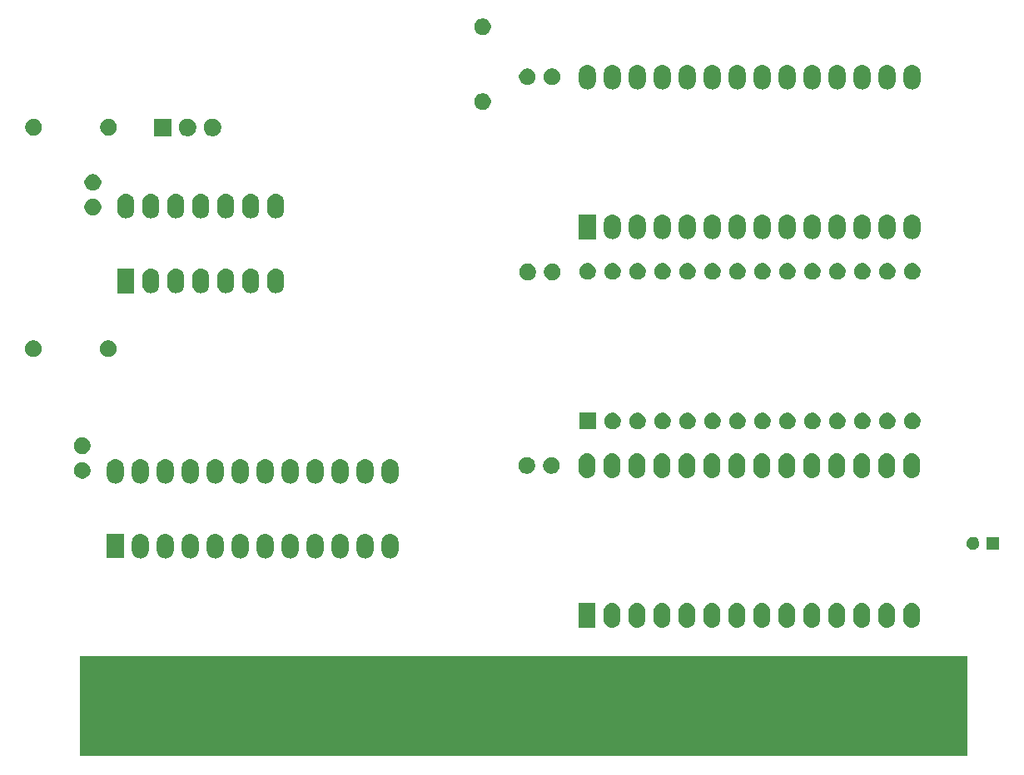
<source format=gbr>
G04 #@! TF.GenerationSoftware,KiCad,Pcbnew,(5.1.5-0)*
G04 #@! TF.CreationDate,2021-03-10T11:50:08+01:00*
G04 #@! TF.ProjectId,Apple1Cartridge,4170706c-6531-4436-9172-747269646765,rev?*
G04 #@! TF.SameCoordinates,Original*
G04 #@! TF.FileFunction,Soldermask,Bot*
G04 #@! TF.FilePolarity,Negative*
%FSLAX46Y46*%
G04 Gerber Fmt 4.6, Leading zero omitted, Abs format (unit mm)*
G04 Created by KiCad (PCBNEW (5.1.5-0)) date 2021-03-10 11:50:08*
%MOMM*%
%LPD*%
G04 APERTURE LIST*
%ADD10C,0.100000*%
G04 APERTURE END LIST*
D10*
G36*
X192925700Y-141277340D02*
G01*
X102679500Y-141277340D01*
X102679500Y-131122420D01*
X192925700Y-131122420D01*
X192925700Y-141277340D01*
G37*
G36*
X159523882Y-125708993D02*
G01*
X159684301Y-125757656D01*
X159832137Y-125836675D01*
X159961719Y-125943021D01*
X160068064Y-126072602D01*
X160068065Y-126072604D01*
X160147084Y-126220438D01*
X160195747Y-126380857D01*
X160208060Y-126505876D01*
X160208060Y-127389483D01*
X160195747Y-127514502D01*
X160147084Y-127674922D01*
X160076174Y-127807586D01*
X160068064Y-127822758D01*
X159961719Y-127952339D01*
X159832138Y-128058684D01*
X159832136Y-128058685D01*
X159684302Y-128137704D01*
X159523883Y-128186367D01*
X159357060Y-128202797D01*
X159190238Y-128186367D01*
X159029819Y-128137704D01*
X158881985Y-128058685D01*
X158881983Y-128058684D01*
X158752402Y-127952339D01*
X158646057Y-127822758D01*
X158637947Y-127807586D01*
X158567037Y-127674922D01*
X158518374Y-127514503D01*
X158506060Y-127389483D01*
X158506060Y-126505877D01*
X158518373Y-126380858D01*
X158567036Y-126220439D01*
X158646055Y-126072603D01*
X158752401Y-125943021D01*
X158881982Y-125836676D01*
X158897154Y-125828566D01*
X159029818Y-125757656D01*
X159190237Y-125708993D01*
X159357060Y-125692563D01*
X159523882Y-125708993D01*
G37*
G36*
X167143882Y-125708993D02*
G01*
X167304301Y-125757656D01*
X167452137Y-125836675D01*
X167581719Y-125943021D01*
X167688064Y-126072602D01*
X167688065Y-126072604D01*
X167767084Y-126220438D01*
X167815747Y-126380857D01*
X167828060Y-126505876D01*
X167828060Y-127389483D01*
X167815747Y-127514502D01*
X167767084Y-127674922D01*
X167696174Y-127807586D01*
X167688064Y-127822758D01*
X167581719Y-127952339D01*
X167452138Y-128058684D01*
X167452136Y-128058685D01*
X167304302Y-128137704D01*
X167143883Y-128186367D01*
X166977060Y-128202797D01*
X166810238Y-128186367D01*
X166649819Y-128137704D01*
X166501985Y-128058685D01*
X166501983Y-128058684D01*
X166372402Y-127952339D01*
X166266057Y-127822758D01*
X166257947Y-127807586D01*
X166187037Y-127674922D01*
X166138374Y-127514503D01*
X166126060Y-127389483D01*
X166126060Y-126505877D01*
X166138373Y-126380858D01*
X166187036Y-126220439D01*
X166266055Y-126072603D01*
X166372401Y-125943021D01*
X166501982Y-125836676D01*
X166517154Y-125828566D01*
X166649818Y-125757656D01*
X166810237Y-125708993D01*
X166977060Y-125692563D01*
X167143882Y-125708993D01*
G37*
G36*
X169683882Y-125708993D02*
G01*
X169844301Y-125757656D01*
X169992137Y-125836675D01*
X170121719Y-125943021D01*
X170228064Y-126072602D01*
X170228065Y-126072604D01*
X170307084Y-126220438D01*
X170355747Y-126380857D01*
X170368060Y-126505876D01*
X170368060Y-127389483D01*
X170355747Y-127514502D01*
X170307084Y-127674922D01*
X170236174Y-127807586D01*
X170228064Y-127822758D01*
X170121719Y-127952339D01*
X169992138Y-128058684D01*
X169992136Y-128058685D01*
X169844302Y-128137704D01*
X169683883Y-128186367D01*
X169517060Y-128202797D01*
X169350238Y-128186367D01*
X169189819Y-128137704D01*
X169041985Y-128058685D01*
X169041983Y-128058684D01*
X168912402Y-127952339D01*
X168806057Y-127822758D01*
X168797947Y-127807586D01*
X168727037Y-127674922D01*
X168678374Y-127514503D01*
X168666060Y-127389483D01*
X168666060Y-126505877D01*
X168678373Y-126380858D01*
X168727036Y-126220439D01*
X168806055Y-126072603D01*
X168912401Y-125943021D01*
X169041982Y-125836676D01*
X169057154Y-125828566D01*
X169189818Y-125757656D01*
X169350237Y-125708993D01*
X169517060Y-125692563D01*
X169683882Y-125708993D01*
G37*
G36*
X172223882Y-125708993D02*
G01*
X172384301Y-125757656D01*
X172532137Y-125836675D01*
X172661719Y-125943021D01*
X172768064Y-126072602D01*
X172768065Y-126072604D01*
X172847084Y-126220438D01*
X172895747Y-126380857D01*
X172908060Y-126505876D01*
X172908060Y-127389483D01*
X172895747Y-127514502D01*
X172847084Y-127674922D01*
X172776174Y-127807586D01*
X172768064Y-127822758D01*
X172661719Y-127952339D01*
X172532138Y-128058684D01*
X172532136Y-128058685D01*
X172384302Y-128137704D01*
X172223883Y-128186367D01*
X172057060Y-128202797D01*
X171890238Y-128186367D01*
X171729819Y-128137704D01*
X171581985Y-128058685D01*
X171581983Y-128058684D01*
X171452402Y-127952339D01*
X171346057Y-127822758D01*
X171337947Y-127807586D01*
X171267037Y-127674922D01*
X171218374Y-127514503D01*
X171206060Y-127389483D01*
X171206060Y-126505877D01*
X171218373Y-126380858D01*
X171267036Y-126220439D01*
X171346055Y-126072603D01*
X171452401Y-125943021D01*
X171581982Y-125836676D01*
X171597154Y-125828566D01*
X171729818Y-125757656D01*
X171890237Y-125708993D01*
X172057060Y-125692563D01*
X172223882Y-125708993D01*
G37*
G36*
X174763882Y-125708993D02*
G01*
X174924301Y-125757656D01*
X175072137Y-125836675D01*
X175201719Y-125943021D01*
X175308064Y-126072602D01*
X175308065Y-126072604D01*
X175387084Y-126220438D01*
X175435747Y-126380857D01*
X175448060Y-126505876D01*
X175448060Y-127389483D01*
X175435747Y-127514502D01*
X175387084Y-127674922D01*
X175316174Y-127807586D01*
X175308064Y-127822758D01*
X175201719Y-127952339D01*
X175072138Y-128058684D01*
X175072136Y-128058685D01*
X174924302Y-128137704D01*
X174763883Y-128186367D01*
X174597060Y-128202797D01*
X174430238Y-128186367D01*
X174269819Y-128137704D01*
X174121985Y-128058685D01*
X174121983Y-128058684D01*
X173992402Y-127952339D01*
X173886057Y-127822758D01*
X173877947Y-127807586D01*
X173807037Y-127674922D01*
X173758374Y-127514503D01*
X173746060Y-127389483D01*
X173746060Y-126505877D01*
X173758373Y-126380858D01*
X173807036Y-126220439D01*
X173886055Y-126072603D01*
X173992401Y-125943021D01*
X174121982Y-125836676D01*
X174137154Y-125828566D01*
X174269818Y-125757656D01*
X174430237Y-125708993D01*
X174597060Y-125692563D01*
X174763882Y-125708993D01*
G37*
G36*
X177303882Y-125708993D02*
G01*
X177464301Y-125757656D01*
X177612137Y-125836675D01*
X177741719Y-125943021D01*
X177848064Y-126072602D01*
X177848065Y-126072604D01*
X177927084Y-126220438D01*
X177975747Y-126380857D01*
X177988060Y-126505876D01*
X177988060Y-127389483D01*
X177975747Y-127514502D01*
X177927084Y-127674922D01*
X177856174Y-127807586D01*
X177848064Y-127822758D01*
X177741719Y-127952339D01*
X177612138Y-128058684D01*
X177612136Y-128058685D01*
X177464302Y-128137704D01*
X177303883Y-128186367D01*
X177137060Y-128202797D01*
X176970238Y-128186367D01*
X176809819Y-128137704D01*
X176661985Y-128058685D01*
X176661983Y-128058684D01*
X176532402Y-127952339D01*
X176426057Y-127822758D01*
X176417947Y-127807586D01*
X176347037Y-127674922D01*
X176298374Y-127514503D01*
X176286060Y-127389483D01*
X176286060Y-126505877D01*
X176298373Y-126380858D01*
X176347036Y-126220439D01*
X176426055Y-126072603D01*
X176532401Y-125943021D01*
X176661982Y-125836676D01*
X176677154Y-125828566D01*
X176809818Y-125757656D01*
X176970237Y-125708993D01*
X177137060Y-125692563D01*
X177303882Y-125708993D01*
G37*
G36*
X179843882Y-125708993D02*
G01*
X180004301Y-125757656D01*
X180152137Y-125836675D01*
X180281719Y-125943021D01*
X180388064Y-126072602D01*
X180388065Y-126072604D01*
X180467084Y-126220438D01*
X180515747Y-126380857D01*
X180528060Y-126505876D01*
X180528060Y-127389483D01*
X180515747Y-127514502D01*
X180467084Y-127674922D01*
X180396174Y-127807586D01*
X180388064Y-127822758D01*
X180281719Y-127952339D01*
X180152138Y-128058684D01*
X180152136Y-128058685D01*
X180004302Y-128137704D01*
X179843883Y-128186367D01*
X179677060Y-128202797D01*
X179510238Y-128186367D01*
X179349819Y-128137704D01*
X179201985Y-128058685D01*
X179201983Y-128058684D01*
X179072402Y-127952339D01*
X178966057Y-127822758D01*
X178957947Y-127807586D01*
X178887037Y-127674922D01*
X178838374Y-127514503D01*
X178826060Y-127389483D01*
X178826060Y-126505877D01*
X178838373Y-126380858D01*
X178887036Y-126220439D01*
X178966055Y-126072603D01*
X179072401Y-125943021D01*
X179201982Y-125836676D01*
X179217154Y-125828566D01*
X179349818Y-125757656D01*
X179510237Y-125708993D01*
X179677060Y-125692563D01*
X179843882Y-125708993D01*
G37*
G36*
X182383882Y-125708993D02*
G01*
X182544301Y-125757656D01*
X182692137Y-125836675D01*
X182821719Y-125943021D01*
X182928064Y-126072602D01*
X182928065Y-126072604D01*
X183007084Y-126220438D01*
X183055747Y-126380857D01*
X183068060Y-126505876D01*
X183068060Y-127389483D01*
X183055747Y-127514502D01*
X183007084Y-127674922D01*
X182936174Y-127807586D01*
X182928064Y-127822758D01*
X182821719Y-127952339D01*
X182692138Y-128058684D01*
X182692136Y-128058685D01*
X182544302Y-128137704D01*
X182383883Y-128186367D01*
X182217060Y-128202797D01*
X182050238Y-128186367D01*
X181889819Y-128137704D01*
X181741985Y-128058685D01*
X181741983Y-128058684D01*
X181612402Y-127952339D01*
X181506057Y-127822758D01*
X181497947Y-127807586D01*
X181427037Y-127674922D01*
X181378374Y-127514503D01*
X181366060Y-127389483D01*
X181366060Y-126505877D01*
X181378373Y-126380858D01*
X181427036Y-126220439D01*
X181506055Y-126072603D01*
X181612401Y-125943021D01*
X181741982Y-125836676D01*
X181757154Y-125828566D01*
X181889818Y-125757656D01*
X182050237Y-125708993D01*
X182217060Y-125692563D01*
X182383882Y-125708993D01*
G37*
G36*
X184923882Y-125708993D02*
G01*
X185084301Y-125757656D01*
X185232137Y-125836675D01*
X185361719Y-125943021D01*
X185468064Y-126072602D01*
X185468065Y-126072604D01*
X185547084Y-126220438D01*
X185595747Y-126380857D01*
X185608060Y-126505876D01*
X185608060Y-127389483D01*
X185595747Y-127514502D01*
X185547084Y-127674922D01*
X185476174Y-127807586D01*
X185468064Y-127822758D01*
X185361719Y-127952339D01*
X185232138Y-128058684D01*
X185232136Y-128058685D01*
X185084302Y-128137704D01*
X184923883Y-128186367D01*
X184757060Y-128202797D01*
X184590238Y-128186367D01*
X184429819Y-128137704D01*
X184281985Y-128058685D01*
X184281983Y-128058684D01*
X184152402Y-127952339D01*
X184046057Y-127822758D01*
X184037947Y-127807586D01*
X183967037Y-127674922D01*
X183918374Y-127514503D01*
X183906060Y-127389483D01*
X183906060Y-126505877D01*
X183918373Y-126380858D01*
X183967036Y-126220439D01*
X184046055Y-126072603D01*
X184152401Y-125943021D01*
X184281982Y-125836676D01*
X184297154Y-125828566D01*
X184429818Y-125757656D01*
X184590237Y-125708993D01*
X184757060Y-125692563D01*
X184923882Y-125708993D01*
G37*
G36*
X187463882Y-125708993D02*
G01*
X187624301Y-125757656D01*
X187772137Y-125836675D01*
X187901719Y-125943021D01*
X188008064Y-126072602D01*
X188008065Y-126072604D01*
X188087084Y-126220438D01*
X188135747Y-126380857D01*
X188148060Y-126505876D01*
X188148060Y-127389483D01*
X188135747Y-127514502D01*
X188087084Y-127674922D01*
X188016174Y-127807586D01*
X188008064Y-127822758D01*
X187901719Y-127952339D01*
X187772138Y-128058684D01*
X187772136Y-128058685D01*
X187624302Y-128137704D01*
X187463883Y-128186367D01*
X187297060Y-128202797D01*
X187130238Y-128186367D01*
X186969819Y-128137704D01*
X186821985Y-128058685D01*
X186821983Y-128058684D01*
X186692402Y-127952339D01*
X186586057Y-127822758D01*
X186577947Y-127807586D01*
X186507037Y-127674922D01*
X186458374Y-127514503D01*
X186446060Y-127389483D01*
X186446060Y-126505877D01*
X186458373Y-126380858D01*
X186507036Y-126220439D01*
X186586055Y-126072603D01*
X186692401Y-125943021D01*
X186821982Y-125836676D01*
X186837154Y-125828566D01*
X186969818Y-125757656D01*
X187130237Y-125708993D01*
X187297060Y-125692563D01*
X187463882Y-125708993D01*
G37*
G36*
X164603882Y-125708993D02*
G01*
X164764301Y-125757656D01*
X164912137Y-125836675D01*
X165041719Y-125943021D01*
X165148064Y-126072602D01*
X165148065Y-126072604D01*
X165227084Y-126220438D01*
X165275747Y-126380857D01*
X165288060Y-126505876D01*
X165288060Y-127389483D01*
X165275747Y-127514502D01*
X165227084Y-127674922D01*
X165156174Y-127807586D01*
X165148064Y-127822758D01*
X165041719Y-127952339D01*
X164912138Y-128058684D01*
X164912136Y-128058685D01*
X164764302Y-128137704D01*
X164603883Y-128186367D01*
X164437060Y-128202797D01*
X164270238Y-128186367D01*
X164109819Y-128137704D01*
X163961985Y-128058685D01*
X163961983Y-128058684D01*
X163832402Y-127952339D01*
X163726057Y-127822758D01*
X163717947Y-127807586D01*
X163647037Y-127674922D01*
X163598374Y-127514503D01*
X163586060Y-127389483D01*
X163586060Y-126505877D01*
X163598373Y-126380858D01*
X163647036Y-126220439D01*
X163726055Y-126072603D01*
X163832401Y-125943021D01*
X163961982Y-125836676D01*
X163977154Y-125828566D01*
X164109818Y-125757656D01*
X164270237Y-125708993D01*
X164437060Y-125692563D01*
X164603882Y-125708993D01*
G37*
G36*
X162063882Y-125708993D02*
G01*
X162224301Y-125757656D01*
X162372137Y-125836675D01*
X162501719Y-125943021D01*
X162608064Y-126072602D01*
X162608065Y-126072604D01*
X162687084Y-126220438D01*
X162735747Y-126380857D01*
X162748060Y-126505876D01*
X162748060Y-127389483D01*
X162735747Y-127514502D01*
X162687084Y-127674922D01*
X162616174Y-127807586D01*
X162608064Y-127822758D01*
X162501719Y-127952339D01*
X162372138Y-128058684D01*
X162372136Y-128058685D01*
X162224302Y-128137704D01*
X162063883Y-128186367D01*
X161897060Y-128202797D01*
X161730238Y-128186367D01*
X161569819Y-128137704D01*
X161421985Y-128058685D01*
X161421983Y-128058684D01*
X161292402Y-127952339D01*
X161186057Y-127822758D01*
X161177947Y-127807586D01*
X161107037Y-127674922D01*
X161058374Y-127514503D01*
X161046060Y-127389483D01*
X161046060Y-126505877D01*
X161058373Y-126380858D01*
X161107036Y-126220439D01*
X161186055Y-126072603D01*
X161292401Y-125943021D01*
X161421982Y-125836676D01*
X161437154Y-125828566D01*
X161569818Y-125757656D01*
X161730237Y-125708993D01*
X161897060Y-125692563D01*
X162063882Y-125708993D01*
G37*
G36*
X156983882Y-125708993D02*
G01*
X157144301Y-125757656D01*
X157292137Y-125836675D01*
X157421719Y-125943021D01*
X157528064Y-126072602D01*
X157528065Y-126072604D01*
X157607084Y-126220438D01*
X157655747Y-126380857D01*
X157668060Y-126505876D01*
X157668060Y-127389483D01*
X157655747Y-127514502D01*
X157607084Y-127674922D01*
X157536174Y-127807586D01*
X157528064Y-127822758D01*
X157421719Y-127952339D01*
X157292138Y-128058684D01*
X157292136Y-128058685D01*
X157144302Y-128137704D01*
X156983883Y-128186367D01*
X156817060Y-128202797D01*
X156650238Y-128186367D01*
X156489819Y-128137704D01*
X156341985Y-128058685D01*
X156341983Y-128058684D01*
X156212402Y-127952339D01*
X156106057Y-127822758D01*
X156097947Y-127807586D01*
X156027037Y-127674922D01*
X155978374Y-127514503D01*
X155966060Y-127389483D01*
X155966060Y-126505877D01*
X155978373Y-126380858D01*
X156027036Y-126220439D01*
X156106055Y-126072603D01*
X156212401Y-125943021D01*
X156341982Y-125836676D01*
X156357154Y-125828566D01*
X156489818Y-125757656D01*
X156650237Y-125708993D01*
X156817060Y-125692563D01*
X156983882Y-125708993D01*
G37*
G36*
X155128060Y-128198680D02*
G01*
X153426060Y-128198680D01*
X153426060Y-125696680D01*
X155128060Y-125696680D01*
X155128060Y-128198680D01*
G37*
G36*
X119168362Y-118662013D02*
G01*
X119328781Y-118710676D01*
X119476617Y-118789695D01*
X119606199Y-118896041D01*
X119712544Y-119025622D01*
X119712545Y-119025624D01*
X119791564Y-119173458D01*
X119840227Y-119333877D01*
X119852540Y-119458896D01*
X119852540Y-120342503D01*
X119840227Y-120467522D01*
X119791564Y-120627942D01*
X119720654Y-120760606D01*
X119712544Y-120775778D01*
X119606199Y-120905359D01*
X119476618Y-121011704D01*
X119476616Y-121011705D01*
X119328782Y-121090724D01*
X119168363Y-121139387D01*
X119001540Y-121155817D01*
X118834718Y-121139387D01*
X118674299Y-121090724D01*
X118526465Y-121011705D01*
X118526463Y-121011704D01*
X118396882Y-120905359D01*
X118290537Y-120775778D01*
X118282427Y-120760606D01*
X118211517Y-120627942D01*
X118162854Y-120467523D01*
X118150540Y-120342503D01*
X118150540Y-119458897D01*
X118162853Y-119333878D01*
X118211516Y-119173459D01*
X118290535Y-119025623D01*
X118396881Y-118896041D01*
X118526462Y-118789696D01*
X118541634Y-118781586D01*
X118674298Y-118710676D01*
X118834717Y-118662013D01*
X119001540Y-118645583D01*
X119168362Y-118662013D01*
G37*
G36*
X121708362Y-118662013D02*
G01*
X121868781Y-118710676D01*
X122016617Y-118789695D01*
X122146199Y-118896041D01*
X122252544Y-119025622D01*
X122252545Y-119025624D01*
X122331564Y-119173458D01*
X122380227Y-119333877D01*
X122392540Y-119458896D01*
X122392540Y-120342503D01*
X122380227Y-120467522D01*
X122331564Y-120627942D01*
X122260654Y-120760606D01*
X122252544Y-120775778D01*
X122146199Y-120905359D01*
X122016618Y-121011704D01*
X122016616Y-121011705D01*
X121868782Y-121090724D01*
X121708363Y-121139387D01*
X121541540Y-121155817D01*
X121374718Y-121139387D01*
X121214299Y-121090724D01*
X121066465Y-121011705D01*
X121066463Y-121011704D01*
X120936882Y-120905359D01*
X120830537Y-120775778D01*
X120822427Y-120760606D01*
X120751517Y-120627942D01*
X120702854Y-120467523D01*
X120690540Y-120342503D01*
X120690540Y-119458897D01*
X120702853Y-119333878D01*
X120751516Y-119173459D01*
X120830535Y-119025623D01*
X120936881Y-118896041D01*
X121066462Y-118789696D01*
X121081634Y-118781586D01*
X121214298Y-118710676D01*
X121374717Y-118662013D01*
X121541540Y-118645583D01*
X121708362Y-118662013D01*
G37*
G36*
X124248362Y-118662013D02*
G01*
X124408781Y-118710676D01*
X124556617Y-118789695D01*
X124686199Y-118896041D01*
X124792544Y-119025622D01*
X124792545Y-119025624D01*
X124871564Y-119173458D01*
X124920227Y-119333877D01*
X124932540Y-119458896D01*
X124932540Y-120342503D01*
X124920227Y-120467522D01*
X124871564Y-120627942D01*
X124800654Y-120760606D01*
X124792544Y-120775778D01*
X124686199Y-120905359D01*
X124556618Y-121011704D01*
X124556616Y-121011705D01*
X124408782Y-121090724D01*
X124248363Y-121139387D01*
X124081540Y-121155817D01*
X123914718Y-121139387D01*
X123754299Y-121090724D01*
X123606465Y-121011705D01*
X123606463Y-121011704D01*
X123476882Y-120905359D01*
X123370537Y-120775778D01*
X123362427Y-120760606D01*
X123291517Y-120627942D01*
X123242854Y-120467523D01*
X123230540Y-120342503D01*
X123230540Y-119458897D01*
X123242853Y-119333878D01*
X123291516Y-119173459D01*
X123370535Y-119025623D01*
X123476881Y-118896041D01*
X123606462Y-118789696D01*
X123621634Y-118781586D01*
X123754298Y-118710676D01*
X123914717Y-118662013D01*
X124081540Y-118645583D01*
X124248362Y-118662013D01*
G37*
G36*
X126788362Y-118662013D02*
G01*
X126948781Y-118710676D01*
X127096617Y-118789695D01*
X127226199Y-118896041D01*
X127332544Y-119025622D01*
X127332545Y-119025624D01*
X127411564Y-119173458D01*
X127460227Y-119333877D01*
X127472540Y-119458896D01*
X127472540Y-120342503D01*
X127460227Y-120467522D01*
X127411564Y-120627942D01*
X127340654Y-120760606D01*
X127332544Y-120775778D01*
X127226199Y-120905359D01*
X127096618Y-121011704D01*
X127096616Y-121011705D01*
X126948782Y-121090724D01*
X126788363Y-121139387D01*
X126621540Y-121155817D01*
X126454718Y-121139387D01*
X126294299Y-121090724D01*
X126146465Y-121011705D01*
X126146463Y-121011704D01*
X126016882Y-120905359D01*
X125910537Y-120775778D01*
X125902427Y-120760606D01*
X125831517Y-120627942D01*
X125782854Y-120467523D01*
X125770540Y-120342503D01*
X125770540Y-119458897D01*
X125782853Y-119333878D01*
X125831516Y-119173459D01*
X125910535Y-119025623D01*
X126016881Y-118896041D01*
X126146462Y-118789696D01*
X126161634Y-118781586D01*
X126294298Y-118710676D01*
X126454717Y-118662013D01*
X126621540Y-118645583D01*
X126788362Y-118662013D01*
G37*
G36*
X129328362Y-118662013D02*
G01*
X129488781Y-118710676D01*
X129636617Y-118789695D01*
X129766199Y-118896041D01*
X129872544Y-119025622D01*
X129872545Y-119025624D01*
X129951564Y-119173458D01*
X130000227Y-119333877D01*
X130012540Y-119458896D01*
X130012540Y-120342503D01*
X130000227Y-120467522D01*
X129951564Y-120627942D01*
X129880654Y-120760606D01*
X129872544Y-120775778D01*
X129766199Y-120905359D01*
X129636618Y-121011704D01*
X129636616Y-121011705D01*
X129488782Y-121090724D01*
X129328363Y-121139387D01*
X129161540Y-121155817D01*
X128994718Y-121139387D01*
X128834299Y-121090724D01*
X128686465Y-121011705D01*
X128686463Y-121011704D01*
X128556882Y-120905359D01*
X128450537Y-120775778D01*
X128442427Y-120760606D01*
X128371517Y-120627942D01*
X128322854Y-120467523D01*
X128310540Y-120342503D01*
X128310540Y-119458897D01*
X128322853Y-119333878D01*
X128371516Y-119173459D01*
X128450535Y-119025623D01*
X128556881Y-118896041D01*
X128686462Y-118789696D01*
X128701634Y-118781586D01*
X128834298Y-118710676D01*
X128994717Y-118662013D01*
X129161540Y-118645583D01*
X129328362Y-118662013D01*
G37*
G36*
X116628362Y-118662013D02*
G01*
X116788781Y-118710676D01*
X116936617Y-118789695D01*
X117066199Y-118896041D01*
X117172544Y-119025622D01*
X117172545Y-119025624D01*
X117251564Y-119173458D01*
X117300227Y-119333877D01*
X117312540Y-119458896D01*
X117312540Y-120342503D01*
X117300227Y-120467522D01*
X117251564Y-120627942D01*
X117180654Y-120760606D01*
X117172544Y-120775778D01*
X117066199Y-120905359D01*
X116936618Y-121011704D01*
X116936616Y-121011705D01*
X116788782Y-121090724D01*
X116628363Y-121139387D01*
X116461540Y-121155817D01*
X116294718Y-121139387D01*
X116134299Y-121090724D01*
X115986465Y-121011705D01*
X115986463Y-121011704D01*
X115856882Y-120905359D01*
X115750537Y-120775778D01*
X115742427Y-120760606D01*
X115671517Y-120627942D01*
X115622854Y-120467523D01*
X115610540Y-120342503D01*
X115610540Y-119458897D01*
X115622853Y-119333878D01*
X115671516Y-119173459D01*
X115750535Y-119025623D01*
X115856881Y-118896041D01*
X115986462Y-118789696D01*
X116001634Y-118781586D01*
X116134298Y-118710676D01*
X116294717Y-118662013D01*
X116461540Y-118645583D01*
X116628362Y-118662013D01*
G37*
G36*
X114088362Y-118662013D02*
G01*
X114248781Y-118710676D01*
X114396617Y-118789695D01*
X114526199Y-118896041D01*
X114632544Y-119025622D01*
X114632545Y-119025624D01*
X114711564Y-119173458D01*
X114760227Y-119333877D01*
X114772540Y-119458896D01*
X114772540Y-120342503D01*
X114760227Y-120467522D01*
X114711564Y-120627942D01*
X114640654Y-120760606D01*
X114632544Y-120775778D01*
X114526199Y-120905359D01*
X114396618Y-121011704D01*
X114396616Y-121011705D01*
X114248782Y-121090724D01*
X114088363Y-121139387D01*
X113921540Y-121155817D01*
X113754718Y-121139387D01*
X113594299Y-121090724D01*
X113446465Y-121011705D01*
X113446463Y-121011704D01*
X113316882Y-120905359D01*
X113210537Y-120775778D01*
X113202427Y-120760606D01*
X113131517Y-120627942D01*
X113082854Y-120467523D01*
X113070540Y-120342503D01*
X113070540Y-119458897D01*
X113082853Y-119333878D01*
X113131516Y-119173459D01*
X113210535Y-119025623D01*
X113316881Y-118896041D01*
X113446462Y-118789696D01*
X113461634Y-118781586D01*
X113594298Y-118710676D01*
X113754717Y-118662013D01*
X113921540Y-118645583D01*
X114088362Y-118662013D01*
G37*
G36*
X111548362Y-118662013D02*
G01*
X111708781Y-118710676D01*
X111856617Y-118789695D01*
X111986199Y-118896041D01*
X112092544Y-119025622D01*
X112092545Y-119025624D01*
X112171564Y-119173458D01*
X112220227Y-119333877D01*
X112232540Y-119458896D01*
X112232540Y-120342503D01*
X112220227Y-120467522D01*
X112171564Y-120627942D01*
X112100654Y-120760606D01*
X112092544Y-120775778D01*
X111986199Y-120905359D01*
X111856618Y-121011704D01*
X111856616Y-121011705D01*
X111708782Y-121090724D01*
X111548363Y-121139387D01*
X111381540Y-121155817D01*
X111214718Y-121139387D01*
X111054299Y-121090724D01*
X110906465Y-121011705D01*
X110906463Y-121011704D01*
X110776882Y-120905359D01*
X110670537Y-120775778D01*
X110662427Y-120760606D01*
X110591517Y-120627942D01*
X110542854Y-120467523D01*
X110530540Y-120342503D01*
X110530540Y-119458897D01*
X110542853Y-119333878D01*
X110591516Y-119173459D01*
X110670535Y-119025623D01*
X110776881Y-118896041D01*
X110906462Y-118789696D01*
X110921634Y-118781586D01*
X111054298Y-118710676D01*
X111214717Y-118662013D01*
X111381540Y-118645583D01*
X111548362Y-118662013D01*
G37*
G36*
X131868362Y-118662013D02*
G01*
X132028781Y-118710676D01*
X132176617Y-118789695D01*
X132306199Y-118896041D01*
X132412544Y-119025622D01*
X132412545Y-119025624D01*
X132491564Y-119173458D01*
X132540227Y-119333877D01*
X132552540Y-119458896D01*
X132552540Y-120342503D01*
X132540227Y-120467522D01*
X132491564Y-120627942D01*
X132420654Y-120760606D01*
X132412544Y-120775778D01*
X132306199Y-120905359D01*
X132176618Y-121011704D01*
X132176616Y-121011705D01*
X132028782Y-121090724D01*
X131868363Y-121139387D01*
X131701540Y-121155817D01*
X131534718Y-121139387D01*
X131374299Y-121090724D01*
X131226465Y-121011705D01*
X131226463Y-121011704D01*
X131096882Y-120905359D01*
X130990537Y-120775778D01*
X130982427Y-120760606D01*
X130911517Y-120627942D01*
X130862854Y-120467523D01*
X130850540Y-120342503D01*
X130850540Y-119458897D01*
X130862853Y-119333878D01*
X130911516Y-119173459D01*
X130990535Y-119025623D01*
X131096881Y-118896041D01*
X131226462Y-118789696D01*
X131241634Y-118781586D01*
X131374298Y-118710676D01*
X131534717Y-118662013D01*
X131701540Y-118645583D01*
X131868362Y-118662013D01*
G37*
G36*
X109008362Y-118662013D02*
G01*
X109168781Y-118710676D01*
X109316617Y-118789695D01*
X109446199Y-118896041D01*
X109552544Y-119025622D01*
X109552545Y-119025624D01*
X109631564Y-119173458D01*
X109680227Y-119333877D01*
X109692540Y-119458896D01*
X109692540Y-120342503D01*
X109680227Y-120467522D01*
X109631564Y-120627942D01*
X109560654Y-120760606D01*
X109552544Y-120775778D01*
X109446199Y-120905359D01*
X109316618Y-121011704D01*
X109316616Y-121011705D01*
X109168782Y-121090724D01*
X109008363Y-121139387D01*
X108841540Y-121155817D01*
X108674718Y-121139387D01*
X108514299Y-121090724D01*
X108366465Y-121011705D01*
X108366463Y-121011704D01*
X108236882Y-120905359D01*
X108130537Y-120775778D01*
X108122427Y-120760606D01*
X108051517Y-120627942D01*
X108002854Y-120467523D01*
X107990540Y-120342503D01*
X107990540Y-119458897D01*
X108002853Y-119333878D01*
X108051516Y-119173459D01*
X108130535Y-119025623D01*
X108236881Y-118896041D01*
X108366462Y-118789696D01*
X108381634Y-118781586D01*
X108514298Y-118710676D01*
X108674717Y-118662013D01*
X108841540Y-118645583D01*
X109008362Y-118662013D01*
G37*
G36*
X134408362Y-118662013D02*
G01*
X134568781Y-118710676D01*
X134716617Y-118789695D01*
X134846199Y-118896041D01*
X134952544Y-119025622D01*
X134952545Y-119025624D01*
X135031564Y-119173458D01*
X135080227Y-119333877D01*
X135092540Y-119458896D01*
X135092540Y-120342503D01*
X135080227Y-120467522D01*
X135031564Y-120627942D01*
X134960654Y-120760606D01*
X134952544Y-120775778D01*
X134846199Y-120905359D01*
X134716618Y-121011704D01*
X134716616Y-121011705D01*
X134568782Y-121090724D01*
X134408363Y-121139387D01*
X134241540Y-121155817D01*
X134074718Y-121139387D01*
X133914299Y-121090724D01*
X133766465Y-121011705D01*
X133766463Y-121011704D01*
X133636882Y-120905359D01*
X133530537Y-120775778D01*
X133522427Y-120760606D01*
X133451517Y-120627942D01*
X133402854Y-120467523D01*
X133390540Y-120342503D01*
X133390540Y-119458897D01*
X133402853Y-119333878D01*
X133451516Y-119173459D01*
X133530535Y-119025623D01*
X133636881Y-118896041D01*
X133766462Y-118789696D01*
X133781634Y-118781586D01*
X133914298Y-118710676D01*
X134074717Y-118662013D01*
X134241540Y-118645583D01*
X134408362Y-118662013D01*
G37*
G36*
X107152540Y-121151700D02*
G01*
X105450540Y-121151700D01*
X105450540Y-118649700D01*
X107152540Y-118649700D01*
X107152540Y-121151700D01*
G37*
G36*
X193711470Y-118982617D02*
G01*
X193815293Y-119025622D01*
X193829944Y-119031691D01*
X193936568Y-119102935D01*
X194027245Y-119193612D01*
X194098490Y-119300238D01*
X194147563Y-119418710D01*
X194155557Y-119458897D01*
X194172580Y-119544482D01*
X194172580Y-119672718D01*
X194147563Y-119798490D01*
X194098489Y-119916964D01*
X194027245Y-120023588D01*
X193936568Y-120114265D01*
X193829944Y-120185509D01*
X193829943Y-120185510D01*
X193829942Y-120185510D01*
X193711470Y-120234583D01*
X193585699Y-120259600D01*
X193457461Y-120259600D01*
X193331690Y-120234583D01*
X193213218Y-120185510D01*
X193213217Y-120185510D01*
X193213216Y-120185509D01*
X193106592Y-120114265D01*
X193015915Y-120023588D01*
X192944671Y-119916964D01*
X192895597Y-119798490D01*
X192870580Y-119672718D01*
X192870580Y-119544482D01*
X192887604Y-119458897D01*
X192895597Y-119418710D01*
X192944670Y-119300238D01*
X193015915Y-119193612D01*
X193106592Y-119102935D01*
X193213216Y-119031691D01*
X193227868Y-119025622D01*
X193331690Y-118982617D01*
X193457461Y-118957600D01*
X193585699Y-118957600D01*
X193711470Y-118982617D01*
G37*
G36*
X196172580Y-120259600D02*
G01*
X194870580Y-120259600D01*
X194870580Y-118957600D01*
X196172580Y-118957600D01*
X196172580Y-120259600D01*
G37*
G36*
X121708362Y-111042013D02*
G01*
X121868781Y-111090676D01*
X122016617Y-111169695D01*
X122133813Y-111265876D01*
X122146199Y-111276041D01*
X122252544Y-111405622D01*
X122252545Y-111405624D01*
X122331564Y-111553458D01*
X122380227Y-111713877D01*
X122392540Y-111838896D01*
X122392540Y-112722503D01*
X122380227Y-112847522D01*
X122331564Y-113007942D01*
X122260654Y-113140606D01*
X122252544Y-113155778D01*
X122146199Y-113285359D01*
X122016618Y-113391704D01*
X122016616Y-113391705D01*
X121868782Y-113470724D01*
X121708363Y-113519387D01*
X121541540Y-113535817D01*
X121374718Y-113519387D01*
X121214299Y-113470724D01*
X121066465Y-113391705D01*
X121066463Y-113391704D01*
X120936882Y-113285359D01*
X120830537Y-113155778D01*
X120822427Y-113140606D01*
X120751517Y-113007942D01*
X120702854Y-112847523D01*
X120690540Y-112722503D01*
X120690540Y-111838897D01*
X120702853Y-111713878D01*
X120751516Y-111553459D01*
X120830535Y-111405623D01*
X120936881Y-111276041D01*
X120949267Y-111265876D01*
X121066462Y-111169696D01*
X121119552Y-111141319D01*
X121214298Y-111090676D01*
X121374717Y-111042013D01*
X121541540Y-111025583D01*
X121708362Y-111042013D01*
G37*
G36*
X119168362Y-111042013D02*
G01*
X119328781Y-111090676D01*
X119476617Y-111169695D01*
X119593813Y-111265876D01*
X119606199Y-111276041D01*
X119712544Y-111405622D01*
X119712545Y-111405624D01*
X119791564Y-111553458D01*
X119840227Y-111713877D01*
X119852540Y-111838896D01*
X119852540Y-112722503D01*
X119840227Y-112847522D01*
X119791564Y-113007942D01*
X119720654Y-113140606D01*
X119712544Y-113155778D01*
X119606199Y-113285359D01*
X119476618Y-113391704D01*
X119476616Y-113391705D01*
X119328782Y-113470724D01*
X119168363Y-113519387D01*
X119001540Y-113535817D01*
X118834718Y-113519387D01*
X118674299Y-113470724D01*
X118526465Y-113391705D01*
X118526463Y-113391704D01*
X118396882Y-113285359D01*
X118290537Y-113155778D01*
X118282427Y-113140606D01*
X118211517Y-113007942D01*
X118162854Y-112847523D01*
X118150540Y-112722503D01*
X118150540Y-111838897D01*
X118162853Y-111713878D01*
X118211516Y-111553459D01*
X118290535Y-111405623D01*
X118396881Y-111276041D01*
X118409267Y-111265876D01*
X118526462Y-111169696D01*
X118579552Y-111141319D01*
X118674298Y-111090676D01*
X118834717Y-111042013D01*
X119001540Y-111025583D01*
X119168362Y-111042013D01*
G37*
G36*
X116628362Y-111042013D02*
G01*
X116788781Y-111090676D01*
X116936617Y-111169695D01*
X117053813Y-111265876D01*
X117066199Y-111276041D01*
X117172544Y-111405622D01*
X117172545Y-111405624D01*
X117251564Y-111553458D01*
X117300227Y-111713877D01*
X117312540Y-111838896D01*
X117312540Y-112722503D01*
X117300227Y-112847522D01*
X117251564Y-113007942D01*
X117180654Y-113140606D01*
X117172544Y-113155778D01*
X117066199Y-113285359D01*
X116936618Y-113391704D01*
X116936616Y-113391705D01*
X116788782Y-113470724D01*
X116628363Y-113519387D01*
X116461540Y-113535817D01*
X116294718Y-113519387D01*
X116134299Y-113470724D01*
X115986465Y-113391705D01*
X115986463Y-113391704D01*
X115856882Y-113285359D01*
X115750537Y-113155778D01*
X115742427Y-113140606D01*
X115671517Y-113007942D01*
X115622854Y-112847523D01*
X115610540Y-112722503D01*
X115610540Y-111838897D01*
X115622853Y-111713878D01*
X115671516Y-111553459D01*
X115750535Y-111405623D01*
X115856881Y-111276041D01*
X115869267Y-111265876D01*
X115986462Y-111169696D01*
X116039552Y-111141319D01*
X116134298Y-111090676D01*
X116294717Y-111042013D01*
X116461540Y-111025583D01*
X116628362Y-111042013D01*
G37*
G36*
X126788362Y-111042013D02*
G01*
X126948781Y-111090676D01*
X127096617Y-111169695D01*
X127213813Y-111265876D01*
X127226199Y-111276041D01*
X127332544Y-111405622D01*
X127332545Y-111405624D01*
X127411564Y-111553458D01*
X127460227Y-111713877D01*
X127472540Y-111838896D01*
X127472540Y-112722503D01*
X127460227Y-112847522D01*
X127411564Y-113007942D01*
X127340654Y-113140606D01*
X127332544Y-113155778D01*
X127226199Y-113285359D01*
X127096618Y-113391704D01*
X127096616Y-113391705D01*
X126948782Y-113470724D01*
X126788363Y-113519387D01*
X126621540Y-113535817D01*
X126454718Y-113519387D01*
X126294299Y-113470724D01*
X126146465Y-113391705D01*
X126146463Y-113391704D01*
X126016882Y-113285359D01*
X125910537Y-113155778D01*
X125902427Y-113140606D01*
X125831517Y-113007942D01*
X125782854Y-112847523D01*
X125770540Y-112722503D01*
X125770540Y-111838897D01*
X125782853Y-111713878D01*
X125831516Y-111553459D01*
X125910535Y-111405623D01*
X126016881Y-111276041D01*
X126029267Y-111265876D01*
X126146462Y-111169696D01*
X126199552Y-111141319D01*
X126294298Y-111090676D01*
X126454717Y-111042013D01*
X126621540Y-111025583D01*
X126788362Y-111042013D01*
G37*
G36*
X114088362Y-111042013D02*
G01*
X114248781Y-111090676D01*
X114396617Y-111169695D01*
X114513813Y-111265876D01*
X114526199Y-111276041D01*
X114632544Y-111405622D01*
X114632545Y-111405624D01*
X114711564Y-111553458D01*
X114760227Y-111713877D01*
X114772540Y-111838896D01*
X114772540Y-112722503D01*
X114760227Y-112847522D01*
X114711564Y-113007942D01*
X114640654Y-113140606D01*
X114632544Y-113155778D01*
X114526199Y-113285359D01*
X114396618Y-113391704D01*
X114396616Y-113391705D01*
X114248782Y-113470724D01*
X114088363Y-113519387D01*
X113921540Y-113535817D01*
X113754718Y-113519387D01*
X113594299Y-113470724D01*
X113446465Y-113391705D01*
X113446463Y-113391704D01*
X113316882Y-113285359D01*
X113210537Y-113155778D01*
X113202427Y-113140606D01*
X113131517Y-113007942D01*
X113082854Y-112847523D01*
X113070540Y-112722503D01*
X113070540Y-111838897D01*
X113082853Y-111713878D01*
X113131516Y-111553459D01*
X113210535Y-111405623D01*
X113316881Y-111276041D01*
X113329267Y-111265876D01*
X113446462Y-111169696D01*
X113499552Y-111141319D01*
X113594298Y-111090676D01*
X113754717Y-111042013D01*
X113921540Y-111025583D01*
X114088362Y-111042013D01*
G37*
G36*
X129328362Y-111042013D02*
G01*
X129488781Y-111090676D01*
X129636617Y-111169695D01*
X129753813Y-111265876D01*
X129766199Y-111276041D01*
X129872544Y-111405622D01*
X129872545Y-111405624D01*
X129951564Y-111553458D01*
X130000227Y-111713877D01*
X130012540Y-111838896D01*
X130012540Y-112722503D01*
X130000227Y-112847522D01*
X129951564Y-113007942D01*
X129880654Y-113140606D01*
X129872544Y-113155778D01*
X129766199Y-113285359D01*
X129636618Y-113391704D01*
X129636616Y-113391705D01*
X129488782Y-113470724D01*
X129328363Y-113519387D01*
X129161540Y-113535817D01*
X128994718Y-113519387D01*
X128834299Y-113470724D01*
X128686465Y-113391705D01*
X128686463Y-113391704D01*
X128556882Y-113285359D01*
X128450537Y-113155778D01*
X128442427Y-113140606D01*
X128371517Y-113007942D01*
X128322854Y-112847523D01*
X128310540Y-112722503D01*
X128310540Y-111838897D01*
X128322853Y-111713878D01*
X128371516Y-111553459D01*
X128450535Y-111405623D01*
X128556881Y-111276041D01*
X128569267Y-111265876D01*
X128686462Y-111169696D01*
X128739552Y-111141319D01*
X128834298Y-111090676D01*
X128994717Y-111042013D01*
X129161540Y-111025583D01*
X129328362Y-111042013D01*
G37*
G36*
X131868362Y-111042013D02*
G01*
X132028781Y-111090676D01*
X132176617Y-111169695D01*
X132293813Y-111265876D01*
X132306199Y-111276041D01*
X132412544Y-111405622D01*
X132412545Y-111405624D01*
X132491564Y-111553458D01*
X132540227Y-111713877D01*
X132552540Y-111838896D01*
X132552540Y-112722503D01*
X132540227Y-112847522D01*
X132491564Y-113007942D01*
X132420654Y-113140606D01*
X132412544Y-113155778D01*
X132306199Y-113285359D01*
X132176618Y-113391704D01*
X132176616Y-113391705D01*
X132028782Y-113470724D01*
X131868363Y-113519387D01*
X131701540Y-113535817D01*
X131534718Y-113519387D01*
X131374299Y-113470724D01*
X131226465Y-113391705D01*
X131226463Y-113391704D01*
X131096882Y-113285359D01*
X130990537Y-113155778D01*
X130982427Y-113140606D01*
X130911517Y-113007942D01*
X130862854Y-112847523D01*
X130850540Y-112722503D01*
X130850540Y-111838897D01*
X130862853Y-111713878D01*
X130911516Y-111553459D01*
X130990535Y-111405623D01*
X131096881Y-111276041D01*
X131109267Y-111265876D01*
X131226462Y-111169696D01*
X131279552Y-111141319D01*
X131374298Y-111090676D01*
X131534717Y-111042013D01*
X131701540Y-111025583D01*
X131868362Y-111042013D01*
G37*
G36*
X111548362Y-111042013D02*
G01*
X111708781Y-111090676D01*
X111856617Y-111169695D01*
X111973813Y-111265876D01*
X111986199Y-111276041D01*
X112092544Y-111405622D01*
X112092545Y-111405624D01*
X112171564Y-111553458D01*
X112220227Y-111713877D01*
X112232540Y-111838896D01*
X112232540Y-112722503D01*
X112220227Y-112847522D01*
X112171564Y-113007942D01*
X112100654Y-113140606D01*
X112092544Y-113155778D01*
X111986199Y-113285359D01*
X111856618Y-113391704D01*
X111856616Y-113391705D01*
X111708782Y-113470724D01*
X111548363Y-113519387D01*
X111381540Y-113535817D01*
X111214718Y-113519387D01*
X111054299Y-113470724D01*
X110906465Y-113391705D01*
X110906463Y-113391704D01*
X110776882Y-113285359D01*
X110670537Y-113155778D01*
X110662427Y-113140606D01*
X110591517Y-113007942D01*
X110542854Y-112847523D01*
X110530540Y-112722503D01*
X110530540Y-111838897D01*
X110542853Y-111713878D01*
X110591516Y-111553459D01*
X110670535Y-111405623D01*
X110776881Y-111276041D01*
X110789267Y-111265876D01*
X110906462Y-111169696D01*
X110959552Y-111141319D01*
X111054298Y-111090676D01*
X111214717Y-111042013D01*
X111381540Y-111025583D01*
X111548362Y-111042013D01*
G37*
G36*
X134408362Y-111042013D02*
G01*
X134568781Y-111090676D01*
X134716617Y-111169695D01*
X134833813Y-111265876D01*
X134846199Y-111276041D01*
X134952544Y-111405622D01*
X134952545Y-111405624D01*
X135031564Y-111553458D01*
X135080227Y-111713877D01*
X135092540Y-111838896D01*
X135092540Y-112722503D01*
X135080227Y-112847522D01*
X135031564Y-113007942D01*
X134960654Y-113140606D01*
X134952544Y-113155778D01*
X134846199Y-113285359D01*
X134716618Y-113391704D01*
X134716616Y-113391705D01*
X134568782Y-113470724D01*
X134408363Y-113519387D01*
X134241540Y-113535817D01*
X134074718Y-113519387D01*
X133914299Y-113470724D01*
X133766465Y-113391705D01*
X133766463Y-113391704D01*
X133636882Y-113285359D01*
X133530537Y-113155778D01*
X133522427Y-113140606D01*
X133451517Y-113007942D01*
X133402854Y-112847523D01*
X133390540Y-112722503D01*
X133390540Y-111838897D01*
X133402853Y-111713878D01*
X133451516Y-111553459D01*
X133530535Y-111405623D01*
X133636881Y-111276041D01*
X133649267Y-111265876D01*
X133766462Y-111169696D01*
X133819552Y-111141319D01*
X133914298Y-111090676D01*
X134074717Y-111042013D01*
X134241540Y-111025583D01*
X134408362Y-111042013D01*
G37*
G36*
X109008362Y-111042013D02*
G01*
X109168781Y-111090676D01*
X109316617Y-111169695D01*
X109433813Y-111265876D01*
X109446199Y-111276041D01*
X109552544Y-111405622D01*
X109552545Y-111405624D01*
X109631564Y-111553458D01*
X109680227Y-111713877D01*
X109692540Y-111838896D01*
X109692540Y-112722503D01*
X109680227Y-112847522D01*
X109631564Y-113007942D01*
X109560654Y-113140606D01*
X109552544Y-113155778D01*
X109446199Y-113285359D01*
X109316618Y-113391704D01*
X109316616Y-113391705D01*
X109168782Y-113470724D01*
X109008363Y-113519387D01*
X108841540Y-113535817D01*
X108674718Y-113519387D01*
X108514299Y-113470724D01*
X108366465Y-113391705D01*
X108366463Y-113391704D01*
X108236882Y-113285359D01*
X108130537Y-113155778D01*
X108122427Y-113140606D01*
X108051517Y-113007942D01*
X108002854Y-112847523D01*
X107990540Y-112722503D01*
X107990540Y-111838897D01*
X108002853Y-111713878D01*
X108051516Y-111553459D01*
X108130535Y-111405623D01*
X108236881Y-111276041D01*
X108249267Y-111265876D01*
X108366462Y-111169696D01*
X108419552Y-111141319D01*
X108514298Y-111090676D01*
X108674717Y-111042013D01*
X108841540Y-111025583D01*
X109008362Y-111042013D01*
G37*
G36*
X106468362Y-111042013D02*
G01*
X106628781Y-111090676D01*
X106776617Y-111169695D01*
X106893813Y-111265876D01*
X106906199Y-111276041D01*
X107012544Y-111405622D01*
X107012545Y-111405624D01*
X107091564Y-111553458D01*
X107140227Y-111713877D01*
X107152540Y-111838896D01*
X107152540Y-112722503D01*
X107140227Y-112847522D01*
X107091564Y-113007942D01*
X107020654Y-113140606D01*
X107012544Y-113155778D01*
X106906199Y-113285359D01*
X106776618Y-113391704D01*
X106776616Y-113391705D01*
X106628782Y-113470724D01*
X106468363Y-113519387D01*
X106301540Y-113535817D01*
X106134718Y-113519387D01*
X105974299Y-113470724D01*
X105826465Y-113391705D01*
X105826463Y-113391704D01*
X105696882Y-113285359D01*
X105590537Y-113155778D01*
X105582427Y-113140606D01*
X105511517Y-113007942D01*
X105462854Y-112847523D01*
X105450540Y-112722503D01*
X105450540Y-111838897D01*
X105462853Y-111713878D01*
X105511516Y-111553459D01*
X105590535Y-111405623D01*
X105696881Y-111276041D01*
X105709267Y-111265876D01*
X105826462Y-111169696D01*
X105879552Y-111141319D01*
X105974298Y-111090676D01*
X106134717Y-111042013D01*
X106301540Y-111025583D01*
X106468362Y-111042013D01*
G37*
G36*
X124248362Y-111042013D02*
G01*
X124408781Y-111090676D01*
X124556617Y-111169695D01*
X124673813Y-111265876D01*
X124686199Y-111276041D01*
X124792544Y-111405622D01*
X124792545Y-111405624D01*
X124871564Y-111553458D01*
X124920227Y-111713877D01*
X124932540Y-111838896D01*
X124932540Y-112722503D01*
X124920227Y-112847522D01*
X124871564Y-113007942D01*
X124800654Y-113140606D01*
X124792544Y-113155778D01*
X124686199Y-113285359D01*
X124556618Y-113391704D01*
X124556616Y-113391705D01*
X124408782Y-113470724D01*
X124248363Y-113519387D01*
X124081540Y-113535817D01*
X123914718Y-113519387D01*
X123754299Y-113470724D01*
X123606465Y-113391705D01*
X123606463Y-113391704D01*
X123476882Y-113285359D01*
X123370537Y-113155778D01*
X123362427Y-113140606D01*
X123291517Y-113007942D01*
X123242854Y-112847523D01*
X123230540Y-112722503D01*
X123230540Y-111838897D01*
X123242853Y-111713878D01*
X123291516Y-111553459D01*
X123370535Y-111405623D01*
X123476881Y-111276041D01*
X123489267Y-111265876D01*
X123606462Y-111169696D01*
X123659552Y-111141319D01*
X123754298Y-111090676D01*
X123914717Y-111042013D01*
X124081540Y-111025583D01*
X124248362Y-111042013D01*
G37*
G36*
X103176648Y-111365883D02*
G01*
X103331520Y-111430033D01*
X103470901Y-111523165D01*
X103589435Y-111641699D01*
X103682567Y-111781080D01*
X103746717Y-111935952D01*
X103779420Y-112100364D01*
X103779420Y-112267996D01*
X103746717Y-112432408D01*
X103682567Y-112587280D01*
X103589435Y-112726661D01*
X103470901Y-112845195D01*
X103331520Y-112938327D01*
X103176648Y-113002477D01*
X103012236Y-113035180D01*
X102844604Y-113035180D01*
X102680192Y-113002477D01*
X102525320Y-112938327D01*
X102385939Y-112845195D01*
X102267405Y-112726661D01*
X102174273Y-112587280D01*
X102110123Y-112432408D01*
X102077420Y-112267996D01*
X102077420Y-112100364D01*
X102110123Y-111935952D01*
X102174273Y-111781080D01*
X102267405Y-111641699D01*
X102385939Y-111523165D01*
X102525320Y-111430033D01*
X102680192Y-111365883D01*
X102844604Y-111333180D01*
X103012236Y-111333180D01*
X103176648Y-111365883D01*
G37*
G36*
X174763882Y-110468993D02*
G01*
X174924301Y-110517656D01*
X175072137Y-110596675D01*
X175201719Y-110703021D01*
X175308064Y-110832602D01*
X175308065Y-110832604D01*
X175387084Y-110980438D01*
X175435747Y-111140857D01*
X175448060Y-111265876D01*
X175448060Y-112149483D01*
X175435747Y-112274502D01*
X175387084Y-112434922D01*
X175351179Y-112502095D01*
X175308064Y-112582758D01*
X175201719Y-112712339D01*
X175072138Y-112818684D01*
X175072136Y-112818685D01*
X174924302Y-112897704D01*
X174763883Y-112946367D01*
X174597060Y-112962797D01*
X174430238Y-112946367D01*
X174269819Y-112897704D01*
X174121985Y-112818685D01*
X174121983Y-112818684D01*
X173992402Y-112712339D01*
X173886057Y-112582758D01*
X173842942Y-112502095D01*
X173807037Y-112434922D01*
X173758374Y-112274503D01*
X173746060Y-112149483D01*
X173746060Y-111265877D01*
X173758373Y-111140858D01*
X173807036Y-110980439D01*
X173886055Y-110832603D01*
X173992401Y-110703021D01*
X174121982Y-110596676D01*
X174137154Y-110588566D01*
X174269818Y-110517656D01*
X174430237Y-110468993D01*
X174597060Y-110452563D01*
X174763882Y-110468993D01*
G37*
G36*
X167143882Y-110468993D02*
G01*
X167304301Y-110517656D01*
X167452137Y-110596675D01*
X167581719Y-110703021D01*
X167688064Y-110832602D01*
X167688065Y-110832604D01*
X167767084Y-110980438D01*
X167815747Y-111140857D01*
X167828060Y-111265876D01*
X167828060Y-112149483D01*
X167815747Y-112274502D01*
X167767084Y-112434922D01*
X167731179Y-112502095D01*
X167688064Y-112582758D01*
X167581719Y-112712339D01*
X167452138Y-112818684D01*
X167452136Y-112818685D01*
X167304302Y-112897704D01*
X167143883Y-112946367D01*
X166977060Y-112962797D01*
X166810238Y-112946367D01*
X166649819Y-112897704D01*
X166501985Y-112818685D01*
X166501983Y-112818684D01*
X166372402Y-112712339D01*
X166266057Y-112582758D01*
X166222942Y-112502095D01*
X166187037Y-112434922D01*
X166138374Y-112274503D01*
X166126060Y-112149483D01*
X166126060Y-111265877D01*
X166138373Y-111140858D01*
X166187036Y-110980439D01*
X166266055Y-110832603D01*
X166372401Y-110703021D01*
X166501982Y-110596676D01*
X166517154Y-110588566D01*
X166649818Y-110517656D01*
X166810237Y-110468993D01*
X166977060Y-110452563D01*
X167143882Y-110468993D01*
G37*
G36*
X184923882Y-110468993D02*
G01*
X185084301Y-110517656D01*
X185232137Y-110596675D01*
X185361719Y-110703021D01*
X185468064Y-110832602D01*
X185468065Y-110832604D01*
X185547084Y-110980438D01*
X185595747Y-111140857D01*
X185608060Y-111265876D01*
X185608060Y-112149483D01*
X185595747Y-112274502D01*
X185547084Y-112434922D01*
X185511179Y-112502095D01*
X185468064Y-112582758D01*
X185361719Y-112712339D01*
X185232138Y-112818684D01*
X185232136Y-112818685D01*
X185084302Y-112897704D01*
X184923883Y-112946367D01*
X184757060Y-112962797D01*
X184590238Y-112946367D01*
X184429819Y-112897704D01*
X184281985Y-112818685D01*
X184281983Y-112818684D01*
X184152402Y-112712339D01*
X184046057Y-112582758D01*
X184002942Y-112502095D01*
X183967037Y-112434922D01*
X183918374Y-112274503D01*
X183906060Y-112149483D01*
X183906060Y-111265877D01*
X183918373Y-111140858D01*
X183967036Y-110980439D01*
X184046055Y-110832603D01*
X184152401Y-110703021D01*
X184281982Y-110596676D01*
X184297154Y-110588566D01*
X184429818Y-110517656D01*
X184590237Y-110468993D01*
X184757060Y-110452563D01*
X184923882Y-110468993D01*
G37*
G36*
X177303882Y-110468993D02*
G01*
X177464301Y-110517656D01*
X177612137Y-110596675D01*
X177741719Y-110703021D01*
X177848064Y-110832602D01*
X177848065Y-110832604D01*
X177927084Y-110980438D01*
X177975747Y-111140857D01*
X177988060Y-111265876D01*
X177988060Y-112149483D01*
X177975747Y-112274502D01*
X177927084Y-112434922D01*
X177891179Y-112502095D01*
X177848064Y-112582758D01*
X177741719Y-112712339D01*
X177612138Y-112818684D01*
X177612136Y-112818685D01*
X177464302Y-112897704D01*
X177303883Y-112946367D01*
X177137060Y-112962797D01*
X176970238Y-112946367D01*
X176809819Y-112897704D01*
X176661985Y-112818685D01*
X176661983Y-112818684D01*
X176532402Y-112712339D01*
X176426057Y-112582758D01*
X176382942Y-112502095D01*
X176347037Y-112434922D01*
X176298374Y-112274503D01*
X176286060Y-112149483D01*
X176286060Y-111265877D01*
X176298373Y-111140858D01*
X176347036Y-110980439D01*
X176426055Y-110832603D01*
X176532401Y-110703021D01*
X176661982Y-110596676D01*
X176677154Y-110588566D01*
X176809818Y-110517656D01*
X176970237Y-110468993D01*
X177137060Y-110452563D01*
X177303882Y-110468993D01*
G37*
G36*
X172223882Y-110468993D02*
G01*
X172384301Y-110517656D01*
X172532137Y-110596675D01*
X172661719Y-110703021D01*
X172768064Y-110832602D01*
X172768065Y-110832604D01*
X172847084Y-110980438D01*
X172895747Y-111140857D01*
X172908060Y-111265876D01*
X172908060Y-112149483D01*
X172895747Y-112274502D01*
X172847084Y-112434922D01*
X172811179Y-112502095D01*
X172768064Y-112582758D01*
X172661719Y-112712339D01*
X172532138Y-112818684D01*
X172532136Y-112818685D01*
X172384302Y-112897704D01*
X172223883Y-112946367D01*
X172057060Y-112962797D01*
X171890238Y-112946367D01*
X171729819Y-112897704D01*
X171581985Y-112818685D01*
X171581983Y-112818684D01*
X171452402Y-112712339D01*
X171346057Y-112582758D01*
X171302942Y-112502095D01*
X171267037Y-112434922D01*
X171218374Y-112274503D01*
X171206060Y-112149483D01*
X171206060Y-111265877D01*
X171218373Y-111140858D01*
X171267036Y-110980439D01*
X171346055Y-110832603D01*
X171452401Y-110703021D01*
X171581982Y-110596676D01*
X171597154Y-110588566D01*
X171729818Y-110517656D01*
X171890237Y-110468993D01*
X172057060Y-110452563D01*
X172223882Y-110468993D01*
G37*
G36*
X179843882Y-110468993D02*
G01*
X180004301Y-110517656D01*
X180152137Y-110596675D01*
X180281719Y-110703021D01*
X180388064Y-110832602D01*
X180388065Y-110832604D01*
X180467084Y-110980438D01*
X180515747Y-111140857D01*
X180528060Y-111265876D01*
X180528060Y-112149483D01*
X180515747Y-112274502D01*
X180467084Y-112434922D01*
X180431179Y-112502095D01*
X180388064Y-112582758D01*
X180281719Y-112712339D01*
X180152138Y-112818684D01*
X180152136Y-112818685D01*
X180004302Y-112897704D01*
X179843883Y-112946367D01*
X179677060Y-112962797D01*
X179510238Y-112946367D01*
X179349819Y-112897704D01*
X179201985Y-112818685D01*
X179201983Y-112818684D01*
X179072402Y-112712339D01*
X178966057Y-112582758D01*
X178922942Y-112502095D01*
X178887037Y-112434922D01*
X178838374Y-112274503D01*
X178826060Y-112149483D01*
X178826060Y-111265877D01*
X178838373Y-111140858D01*
X178887036Y-110980439D01*
X178966055Y-110832603D01*
X179072401Y-110703021D01*
X179201982Y-110596676D01*
X179217154Y-110588566D01*
X179349818Y-110517656D01*
X179510237Y-110468993D01*
X179677060Y-110452563D01*
X179843882Y-110468993D01*
G37*
G36*
X169683882Y-110468993D02*
G01*
X169844301Y-110517656D01*
X169992137Y-110596675D01*
X170121719Y-110703021D01*
X170228064Y-110832602D01*
X170228065Y-110832604D01*
X170307084Y-110980438D01*
X170355747Y-111140857D01*
X170368060Y-111265876D01*
X170368060Y-112149483D01*
X170355747Y-112274502D01*
X170307084Y-112434922D01*
X170271179Y-112502095D01*
X170228064Y-112582758D01*
X170121719Y-112712339D01*
X169992138Y-112818684D01*
X169992136Y-112818685D01*
X169844302Y-112897704D01*
X169683883Y-112946367D01*
X169517060Y-112962797D01*
X169350238Y-112946367D01*
X169189819Y-112897704D01*
X169041985Y-112818685D01*
X169041983Y-112818684D01*
X168912402Y-112712339D01*
X168806057Y-112582758D01*
X168762942Y-112502095D01*
X168727037Y-112434922D01*
X168678374Y-112274503D01*
X168666060Y-112149483D01*
X168666060Y-111265877D01*
X168678373Y-111140858D01*
X168727036Y-110980439D01*
X168806055Y-110832603D01*
X168912401Y-110703021D01*
X169041982Y-110596676D01*
X169057154Y-110588566D01*
X169189818Y-110517656D01*
X169350237Y-110468993D01*
X169517060Y-110452563D01*
X169683882Y-110468993D01*
G37*
G36*
X164603882Y-110468993D02*
G01*
X164764301Y-110517656D01*
X164912137Y-110596675D01*
X165041719Y-110703021D01*
X165148064Y-110832602D01*
X165148065Y-110832604D01*
X165227084Y-110980438D01*
X165275747Y-111140857D01*
X165288060Y-111265876D01*
X165288060Y-112149483D01*
X165275747Y-112274502D01*
X165227084Y-112434922D01*
X165191179Y-112502095D01*
X165148064Y-112582758D01*
X165041719Y-112712339D01*
X164912138Y-112818684D01*
X164912136Y-112818685D01*
X164764302Y-112897704D01*
X164603883Y-112946367D01*
X164437060Y-112962797D01*
X164270238Y-112946367D01*
X164109819Y-112897704D01*
X163961985Y-112818685D01*
X163961983Y-112818684D01*
X163832402Y-112712339D01*
X163726057Y-112582758D01*
X163682942Y-112502095D01*
X163647037Y-112434922D01*
X163598374Y-112274503D01*
X163586060Y-112149483D01*
X163586060Y-111265877D01*
X163598373Y-111140858D01*
X163647036Y-110980439D01*
X163726055Y-110832603D01*
X163832401Y-110703021D01*
X163961982Y-110596676D01*
X163977154Y-110588566D01*
X164109818Y-110517656D01*
X164270237Y-110468993D01*
X164437060Y-110452563D01*
X164603882Y-110468993D01*
G37*
G36*
X162063882Y-110468993D02*
G01*
X162224301Y-110517656D01*
X162372137Y-110596675D01*
X162501719Y-110703021D01*
X162608064Y-110832602D01*
X162608065Y-110832604D01*
X162687084Y-110980438D01*
X162735747Y-111140857D01*
X162748060Y-111265876D01*
X162748060Y-112149483D01*
X162735747Y-112274502D01*
X162687084Y-112434922D01*
X162651179Y-112502095D01*
X162608064Y-112582758D01*
X162501719Y-112712339D01*
X162372138Y-112818684D01*
X162372136Y-112818685D01*
X162224302Y-112897704D01*
X162063883Y-112946367D01*
X161897060Y-112962797D01*
X161730238Y-112946367D01*
X161569819Y-112897704D01*
X161421985Y-112818685D01*
X161421983Y-112818684D01*
X161292402Y-112712339D01*
X161186057Y-112582758D01*
X161142942Y-112502095D01*
X161107037Y-112434922D01*
X161058374Y-112274503D01*
X161046060Y-112149483D01*
X161046060Y-111265877D01*
X161058373Y-111140858D01*
X161107036Y-110980439D01*
X161186055Y-110832603D01*
X161292401Y-110703021D01*
X161421982Y-110596676D01*
X161437154Y-110588566D01*
X161569818Y-110517656D01*
X161730237Y-110468993D01*
X161897060Y-110452563D01*
X162063882Y-110468993D01*
G37*
G36*
X159523882Y-110468993D02*
G01*
X159684301Y-110517656D01*
X159832137Y-110596675D01*
X159961719Y-110703021D01*
X160068064Y-110832602D01*
X160068065Y-110832604D01*
X160147084Y-110980438D01*
X160195747Y-111140857D01*
X160208060Y-111265876D01*
X160208060Y-112149483D01*
X160195747Y-112274502D01*
X160147084Y-112434922D01*
X160111179Y-112502095D01*
X160068064Y-112582758D01*
X159961719Y-112712339D01*
X159832138Y-112818684D01*
X159832136Y-112818685D01*
X159684302Y-112897704D01*
X159523883Y-112946367D01*
X159357060Y-112962797D01*
X159190238Y-112946367D01*
X159029819Y-112897704D01*
X158881985Y-112818685D01*
X158881983Y-112818684D01*
X158752402Y-112712339D01*
X158646057Y-112582758D01*
X158602942Y-112502095D01*
X158567037Y-112434922D01*
X158518374Y-112274503D01*
X158506060Y-112149483D01*
X158506060Y-111265877D01*
X158518373Y-111140858D01*
X158567036Y-110980439D01*
X158646055Y-110832603D01*
X158752401Y-110703021D01*
X158881982Y-110596676D01*
X158897154Y-110588566D01*
X159029818Y-110517656D01*
X159190237Y-110468993D01*
X159357060Y-110452563D01*
X159523882Y-110468993D01*
G37*
G36*
X156983882Y-110468993D02*
G01*
X157144301Y-110517656D01*
X157292137Y-110596675D01*
X157421719Y-110703021D01*
X157528064Y-110832602D01*
X157528065Y-110832604D01*
X157607084Y-110980438D01*
X157655747Y-111140857D01*
X157668060Y-111265876D01*
X157668060Y-112149483D01*
X157655747Y-112274502D01*
X157607084Y-112434922D01*
X157571179Y-112502095D01*
X157528064Y-112582758D01*
X157421719Y-112712339D01*
X157292138Y-112818684D01*
X157292136Y-112818685D01*
X157144302Y-112897704D01*
X156983883Y-112946367D01*
X156817060Y-112962797D01*
X156650238Y-112946367D01*
X156489819Y-112897704D01*
X156341985Y-112818685D01*
X156341983Y-112818684D01*
X156212402Y-112712339D01*
X156106057Y-112582758D01*
X156062942Y-112502095D01*
X156027037Y-112434922D01*
X155978374Y-112274503D01*
X155966060Y-112149483D01*
X155966060Y-111265877D01*
X155978373Y-111140858D01*
X156027036Y-110980439D01*
X156106055Y-110832603D01*
X156212401Y-110703021D01*
X156341982Y-110596676D01*
X156357154Y-110588566D01*
X156489818Y-110517656D01*
X156650237Y-110468993D01*
X156817060Y-110452563D01*
X156983882Y-110468993D01*
G37*
G36*
X154443882Y-110468993D02*
G01*
X154604301Y-110517656D01*
X154752137Y-110596675D01*
X154881719Y-110703021D01*
X154988064Y-110832602D01*
X154988065Y-110832604D01*
X155067084Y-110980438D01*
X155115747Y-111140857D01*
X155128060Y-111265876D01*
X155128060Y-112149483D01*
X155115747Y-112274502D01*
X155067084Y-112434922D01*
X155031179Y-112502095D01*
X154988064Y-112582758D01*
X154881719Y-112712339D01*
X154752138Y-112818684D01*
X154752136Y-112818685D01*
X154604302Y-112897704D01*
X154443883Y-112946367D01*
X154277060Y-112962797D01*
X154110238Y-112946367D01*
X153949819Y-112897704D01*
X153801985Y-112818685D01*
X153801983Y-112818684D01*
X153672402Y-112712339D01*
X153566057Y-112582758D01*
X153522942Y-112502095D01*
X153487037Y-112434922D01*
X153438374Y-112274503D01*
X153426060Y-112149483D01*
X153426060Y-111265877D01*
X153438373Y-111140858D01*
X153487036Y-110980439D01*
X153566055Y-110832603D01*
X153672401Y-110703021D01*
X153801982Y-110596676D01*
X153817154Y-110588566D01*
X153949818Y-110517656D01*
X154110237Y-110468993D01*
X154277060Y-110452563D01*
X154443882Y-110468993D01*
G37*
G36*
X182383882Y-110468993D02*
G01*
X182544301Y-110517656D01*
X182692137Y-110596675D01*
X182821719Y-110703021D01*
X182928064Y-110832602D01*
X182928065Y-110832604D01*
X183007084Y-110980438D01*
X183055747Y-111140857D01*
X183068060Y-111265876D01*
X183068060Y-112149483D01*
X183055747Y-112274502D01*
X183007084Y-112434922D01*
X182971179Y-112502095D01*
X182928064Y-112582758D01*
X182821719Y-112712339D01*
X182692138Y-112818684D01*
X182692136Y-112818685D01*
X182544302Y-112897704D01*
X182383883Y-112946367D01*
X182217060Y-112962797D01*
X182050238Y-112946367D01*
X181889819Y-112897704D01*
X181741985Y-112818685D01*
X181741983Y-112818684D01*
X181612402Y-112712339D01*
X181506057Y-112582758D01*
X181462942Y-112502095D01*
X181427037Y-112434922D01*
X181378374Y-112274503D01*
X181366060Y-112149483D01*
X181366060Y-111265877D01*
X181378373Y-111140858D01*
X181427036Y-110980439D01*
X181506055Y-110832603D01*
X181612401Y-110703021D01*
X181741982Y-110596676D01*
X181757154Y-110588566D01*
X181889818Y-110517656D01*
X182050237Y-110468993D01*
X182217060Y-110452563D01*
X182383882Y-110468993D01*
G37*
G36*
X187463882Y-110468993D02*
G01*
X187624301Y-110517656D01*
X187772137Y-110596675D01*
X187901719Y-110703021D01*
X188008064Y-110832602D01*
X188008065Y-110832604D01*
X188087084Y-110980438D01*
X188135747Y-111140857D01*
X188148060Y-111265876D01*
X188148060Y-112149483D01*
X188135747Y-112274502D01*
X188087084Y-112434922D01*
X188051179Y-112502095D01*
X188008064Y-112582758D01*
X187901719Y-112712339D01*
X187772138Y-112818684D01*
X187772136Y-112818685D01*
X187624302Y-112897704D01*
X187463883Y-112946367D01*
X187297060Y-112962797D01*
X187130238Y-112946367D01*
X186969819Y-112897704D01*
X186821985Y-112818685D01*
X186821983Y-112818684D01*
X186692402Y-112712339D01*
X186586057Y-112582758D01*
X186542942Y-112502095D01*
X186507037Y-112434922D01*
X186458374Y-112274503D01*
X186446060Y-112149483D01*
X186446060Y-111265877D01*
X186458373Y-111140858D01*
X186507036Y-110980439D01*
X186586055Y-110832603D01*
X186692401Y-110703021D01*
X186821982Y-110596676D01*
X186837154Y-110588566D01*
X186969818Y-110517656D01*
X187130237Y-110468993D01*
X187297060Y-110452563D01*
X187463882Y-110468993D01*
G37*
G36*
X148398168Y-110865503D02*
G01*
X148553040Y-110929653D01*
X148692421Y-111022785D01*
X148810955Y-111141319D01*
X148904087Y-111280700D01*
X148968237Y-111435572D01*
X149000940Y-111599984D01*
X149000940Y-111767616D01*
X148968237Y-111932028D01*
X148904087Y-112086900D01*
X148810955Y-112226281D01*
X148692421Y-112344815D01*
X148553040Y-112437947D01*
X148398168Y-112502097D01*
X148233756Y-112534800D01*
X148066124Y-112534800D01*
X147901712Y-112502097D01*
X147746840Y-112437947D01*
X147607459Y-112344815D01*
X147488925Y-112226281D01*
X147395793Y-112086900D01*
X147331643Y-111932028D01*
X147298940Y-111767616D01*
X147298940Y-111599984D01*
X147331643Y-111435572D01*
X147395793Y-111280700D01*
X147488925Y-111141319D01*
X147607459Y-111022785D01*
X147746840Y-110929653D01*
X147901712Y-110865503D01*
X148066124Y-110832800D01*
X148233756Y-110832800D01*
X148398168Y-110865503D01*
G37*
G36*
X150898168Y-110865503D02*
G01*
X151053040Y-110929653D01*
X151192421Y-111022785D01*
X151310955Y-111141319D01*
X151404087Y-111280700D01*
X151468237Y-111435572D01*
X151500940Y-111599984D01*
X151500940Y-111767616D01*
X151468237Y-111932028D01*
X151404087Y-112086900D01*
X151310955Y-112226281D01*
X151192421Y-112344815D01*
X151053040Y-112437947D01*
X150898168Y-112502097D01*
X150733756Y-112534800D01*
X150566124Y-112534800D01*
X150401712Y-112502097D01*
X150246840Y-112437947D01*
X150107459Y-112344815D01*
X149988925Y-112226281D01*
X149895793Y-112086900D01*
X149831643Y-111932028D01*
X149798940Y-111767616D01*
X149798940Y-111599984D01*
X149831643Y-111435572D01*
X149895793Y-111280700D01*
X149988925Y-111141319D01*
X150107459Y-111022785D01*
X150246840Y-110929653D01*
X150401712Y-110865503D01*
X150566124Y-110832800D01*
X150733756Y-110832800D01*
X150898168Y-110865503D01*
G37*
G36*
X103176648Y-108865883D02*
G01*
X103331520Y-108930033D01*
X103470901Y-109023165D01*
X103589435Y-109141699D01*
X103682567Y-109281080D01*
X103746717Y-109435952D01*
X103779420Y-109600364D01*
X103779420Y-109767996D01*
X103746717Y-109932408D01*
X103682567Y-110087280D01*
X103589435Y-110226661D01*
X103470901Y-110345195D01*
X103331520Y-110438327D01*
X103176648Y-110502477D01*
X103012236Y-110535180D01*
X102844604Y-110535180D01*
X102680192Y-110502477D01*
X102525320Y-110438327D01*
X102385939Y-110345195D01*
X102267405Y-110226661D01*
X102174273Y-110087280D01*
X102110123Y-109932408D01*
X102077420Y-109767996D01*
X102077420Y-109600364D01*
X102110123Y-109435952D01*
X102174273Y-109281080D01*
X102267405Y-109141699D01*
X102385939Y-109023165D01*
X102525320Y-108930033D01*
X102680192Y-108865883D01*
X102844604Y-108833180D01*
X103012236Y-108833180D01*
X103176648Y-108865883D01*
G37*
G36*
X177423388Y-106355483D02*
G01*
X177578260Y-106419633D01*
X177717641Y-106512765D01*
X177836175Y-106631299D01*
X177929307Y-106770680D01*
X177993457Y-106925552D01*
X178026160Y-107089964D01*
X178026160Y-107257596D01*
X177993457Y-107422008D01*
X177929307Y-107576880D01*
X177836175Y-107716261D01*
X177717641Y-107834795D01*
X177578260Y-107927927D01*
X177423388Y-107992077D01*
X177258976Y-108024780D01*
X177091344Y-108024780D01*
X176926932Y-107992077D01*
X176772060Y-107927927D01*
X176632679Y-107834795D01*
X176514145Y-107716261D01*
X176421013Y-107576880D01*
X176356863Y-107422008D01*
X176324160Y-107257596D01*
X176324160Y-107089964D01*
X176356863Y-106925552D01*
X176421013Y-106770680D01*
X176514145Y-106631299D01*
X176632679Y-106512765D01*
X176772060Y-106419633D01*
X176926932Y-106355483D01*
X177091344Y-106322780D01*
X177258976Y-106322780D01*
X177423388Y-106355483D01*
G37*
G36*
X179963388Y-106355483D02*
G01*
X180118260Y-106419633D01*
X180257641Y-106512765D01*
X180376175Y-106631299D01*
X180469307Y-106770680D01*
X180533457Y-106925552D01*
X180566160Y-107089964D01*
X180566160Y-107257596D01*
X180533457Y-107422008D01*
X180469307Y-107576880D01*
X180376175Y-107716261D01*
X180257641Y-107834795D01*
X180118260Y-107927927D01*
X179963388Y-107992077D01*
X179798976Y-108024780D01*
X179631344Y-108024780D01*
X179466932Y-107992077D01*
X179312060Y-107927927D01*
X179172679Y-107834795D01*
X179054145Y-107716261D01*
X178961013Y-107576880D01*
X178896863Y-107422008D01*
X178864160Y-107257596D01*
X178864160Y-107089964D01*
X178896863Y-106925552D01*
X178961013Y-106770680D01*
X179054145Y-106631299D01*
X179172679Y-106512765D01*
X179312060Y-106419633D01*
X179466932Y-106355483D01*
X179631344Y-106322780D01*
X179798976Y-106322780D01*
X179963388Y-106355483D01*
G37*
G36*
X187583388Y-106355483D02*
G01*
X187738260Y-106419633D01*
X187877641Y-106512765D01*
X187996175Y-106631299D01*
X188089307Y-106770680D01*
X188153457Y-106925552D01*
X188186160Y-107089964D01*
X188186160Y-107257596D01*
X188153457Y-107422008D01*
X188089307Y-107576880D01*
X187996175Y-107716261D01*
X187877641Y-107834795D01*
X187738260Y-107927927D01*
X187583388Y-107992077D01*
X187418976Y-108024780D01*
X187251344Y-108024780D01*
X187086932Y-107992077D01*
X186932060Y-107927927D01*
X186792679Y-107834795D01*
X186674145Y-107716261D01*
X186581013Y-107576880D01*
X186516863Y-107422008D01*
X186484160Y-107257596D01*
X186484160Y-107089964D01*
X186516863Y-106925552D01*
X186581013Y-106770680D01*
X186674145Y-106631299D01*
X186792679Y-106512765D01*
X186932060Y-106419633D01*
X187086932Y-106355483D01*
X187251344Y-106322780D01*
X187418976Y-106322780D01*
X187583388Y-106355483D01*
G37*
G36*
X155166160Y-108024780D02*
G01*
X153464160Y-108024780D01*
X153464160Y-106322780D01*
X155166160Y-106322780D01*
X155166160Y-108024780D01*
G37*
G36*
X157103388Y-106355483D02*
G01*
X157258260Y-106419633D01*
X157397641Y-106512765D01*
X157516175Y-106631299D01*
X157609307Y-106770680D01*
X157673457Y-106925552D01*
X157706160Y-107089964D01*
X157706160Y-107257596D01*
X157673457Y-107422008D01*
X157609307Y-107576880D01*
X157516175Y-107716261D01*
X157397641Y-107834795D01*
X157258260Y-107927927D01*
X157103388Y-107992077D01*
X156938976Y-108024780D01*
X156771344Y-108024780D01*
X156606932Y-107992077D01*
X156452060Y-107927927D01*
X156312679Y-107834795D01*
X156194145Y-107716261D01*
X156101013Y-107576880D01*
X156036863Y-107422008D01*
X156004160Y-107257596D01*
X156004160Y-107089964D01*
X156036863Y-106925552D01*
X156101013Y-106770680D01*
X156194145Y-106631299D01*
X156312679Y-106512765D01*
X156452060Y-106419633D01*
X156606932Y-106355483D01*
X156771344Y-106322780D01*
X156938976Y-106322780D01*
X157103388Y-106355483D01*
G37*
G36*
X159643388Y-106355483D02*
G01*
X159798260Y-106419633D01*
X159937641Y-106512765D01*
X160056175Y-106631299D01*
X160149307Y-106770680D01*
X160213457Y-106925552D01*
X160246160Y-107089964D01*
X160246160Y-107257596D01*
X160213457Y-107422008D01*
X160149307Y-107576880D01*
X160056175Y-107716261D01*
X159937641Y-107834795D01*
X159798260Y-107927927D01*
X159643388Y-107992077D01*
X159478976Y-108024780D01*
X159311344Y-108024780D01*
X159146932Y-107992077D01*
X158992060Y-107927927D01*
X158852679Y-107834795D01*
X158734145Y-107716261D01*
X158641013Y-107576880D01*
X158576863Y-107422008D01*
X158544160Y-107257596D01*
X158544160Y-107089964D01*
X158576863Y-106925552D01*
X158641013Y-106770680D01*
X158734145Y-106631299D01*
X158852679Y-106512765D01*
X158992060Y-106419633D01*
X159146932Y-106355483D01*
X159311344Y-106322780D01*
X159478976Y-106322780D01*
X159643388Y-106355483D01*
G37*
G36*
X162183388Y-106355483D02*
G01*
X162338260Y-106419633D01*
X162477641Y-106512765D01*
X162596175Y-106631299D01*
X162689307Y-106770680D01*
X162753457Y-106925552D01*
X162786160Y-107089964D01*
X162786160Y-107257596D01*
X162753457Y-107422008D01*
X162689307Y-107576880D01*
X162596175Y-107716261D01*
X162477641Y-107834795D01*
X162338260Y-107927927D01*
X162183388Y-107992077D01*
X162018976Y-108024780D01*
X161851344Y-108024780D01*
X161686932Y-107992077D01*
X161532060Y-107927927D01*
X161392679Y-107834795D01*
X161274145Y-107716261D01*
X161181013Y-107576880D01*
X161116863Y-107422008D01*
X161084160Y-107257596D01*
X161084160Y-107089964D01*
X161116863Y-106925552D01*
X161181013Y-106770680D01*
X161274145Y-106631299D01*
X161392679Y-106512765D01*
X161532060Y-106419633D01*
X161686932Y-106355483D01*
X161851344Y-106322780D01*
X162018976Y-106322780D01*
X162183388Y-106355483D01*
G37*
G36*
X164723388Y-106355483D02*
G01*
X164878260Y-106419633D01*
X165017641Y-106512765D01*
X165136175Y-106631299D01*
X165229307Y-106770680D01*
X165293457Y-106925552D01*
X165326160Y-107089964D01*
X165326160Y-107257596D01*
X165293457Y-107422008D01*
X165229307Y-107576880D01*
X165136175Y-107716261D01*
X165017641Y-107834795D01*
X164878260Y-107927927D01*
X164723388Y-107992077D01*
X164558976Y-108024780D01*
X164391344Y-108024780D01*
X164226932Y-107992077D01*
X164072060Y-107927927D01*
X163932679Y-107834795D01*
X163814145Y-107716261D01*
X163721013Y-107576880D01*
X163656863Y-107422008D01*
X163624160Y-107257596D01*
X163624160Y-107089964D01*
X163656863Y-106925552D01*
X163721013Y-106770680D01*
X163814145Y-106631299D01*
X163932679Y-106512765D01*
X164072060Y-106419633D01*
X164226932Y-106355483D01*
X164391344Y-106322780D01*
X164558976Y-106322780D01*
X164723388Y-106355483D01*
G37*
G36*
X167263388Y-106355483D02*
G01*
X167418260Y-106419633D01*
X167557641Y-106512765D01*
X167676175Y-106631299D01*
X167769307Y-106770680D01*
X167833457Y-106925552D01*
X167866160Y-107089964D01*
X167866160Y-107257596D01*
X167833457Y-107422008D01*
X167769307Y-107576880D01*
X167676175Y-107716261D01*
X167557641Y-107834795D01*
X167418260Y-107927927D01*
X167263388Y-107992077D01*
X167098976Y-108024780D01*
X166931344Y-108024780D01*
X166766932Y-107992077D01*
X166612060Y-107927927D01*
X166472679Y-107834795D01*
X166354145Y-107716261D01*
X166261013Y-107576880D01*
X166196863Y-107422008D01*
X166164160Y-107257596D01*
X166164160Y-107089964D01*
X166196863Y-106925552D01*
X166261013Y-106770680D01*
X166354145Y-106631299D01*
X166472679Y-106512765D01*
X166612060Y-106419633D01*
X166766932Y-106355483D01*
X166931344Y-106322780D01*
X167098976Y-106322780D01*
X167263388Y-106355483D01*
G37*
G36*
X169803388Y-106355483D02*
G01*
X169958260Y-106419633D01*
X170097641Y-106512765D01*
X170216175Y-106631299D01*
X170309307Y-106770680D01*
X170373457Y-106925552D01*
X170406160Y-107089964D01*
X170406160Y-107257596D01*
X170373457Y-107422008D01*
X170309307Y-107576880D01*
X170216175Y-107716261D01*
X170097641Y-107834795D01*
X169958260Y-107927927D01*
X169803388Y-107992077D01*
X169638976Y-108024780D01*
X169471344Y-108024780D01*
X169306932Y-107992077D01*
X169152060Y-107927927D01*
X169012679Y-107834795D01*
X168894145Y-107716261D01*
X168801013Y-107576880D01*
X168736863Y-107422008D01*
X168704160Y-107257596D01*
X168704160Y-107089964D01*
X168736863Y-106925552D01*
X168801013Y-106770680D01*
X168894145Y-106631299D01*
X169012679Y-106512765D01*
X169152060Y-106419633D01*
X169306932Y-106355483D01*
X169471344Y-106322780D01*
X169638976Y-106322780D01*
X169803388Y-106355483D01*
G37*
G36*
X185043388Y-106355483D02*
G01*
X185198260Y-106419633D01*
X185337641Y-106512765D01*
X185456175Y-106631299D01*
X185549307Y-106770680D01*
X185613457Y-106925552D01*
X185646160Y-107089964D01*
X185646160Y-107257596D01*
X185613457Y-107422008D01*
X185549307Y-107576880D01*
X185456175Y-107716261D01*
X185337641Y-107834795D01*
X185198260Y-107927927D01*
X185043388Y-107992077D01*
X184878976Y-108024780D01*
X184711344Y-108024780D01*
X184546932Y-107992077D01*
X184392060Y-107927927D01*
X184252679Y-107834795D01*
X184134145Y-107716261D01*
X184041013Y-107576880D01*
X183976863Y-107422008D01*
X183944160Y-107257596D01*
X183944160Y-107089964D01*
X183976863Y-106925552D01*
X184041013Y-106770680D01*
X184134145Y-106631299D01*
X184252679Y-106512765D01*
X184392060Y-106419633D01*
X184546932Y-106355483D01*
X184711344Y-106322780D01*
X184878976Y-106322780D01*
X185043388Y-106355483D01*
G37*
G36*
X172343388Y-106355483D02*
G01*
X172498260Y-106419633D01*
X172637641Y-106512765D01*
X172756175Y-106631299D01*
X172849307Y-106770680D01*
X172913457Y-106925552D01*
X172946160Y-107089964D01*
X172946160Y-107257596D01*
X172913457Y-107422008D01*
X172849307Y-107576880D01*
X172756175Y-107716261D01*
X172637641Y-107834795D01*
X172498260Y-107927927D01*
X172343388Y-107992077D01*
X172178976Y-108024780D01*
X172011344Y-108024780D01*
X171846932Y-107992077D01*
X171692060Y-107927927D01*
X171552679Y-107834795D01*
X171434145Y-107716261D01*
X171341013Y-107576880D01*
X171276863Y-107422008D01*
X171244160Y-107257596D01*
X171244160Y-107089964D01*
X171276863Y-106925552D01*
X171341013Y-106770680D01*
X171434145Y-106631299D01*
X171552679Y-106512765D01*
X171692060Y-106419633D01*
X171846932Y-106355483D01*
X172011344Y-106322780D01*
X172178976Y-106322780D01*
X172343388Y-106355483D01*
G37*
G36*
X174883388Y-106355483D02*
G01*
X175038260Y-106419633D01*
X175177641Y-106512765D01*
X175296175Y-106631299D01*
X175389307Y-106770680D01*
X175453457Y-106925552D01*
X175486160Y-107089964D01*
X175486160Y-107257596D01*
X175453457Y-107422008D01*
X175389307Y-107576880D01*
X175296175Y-107716261D01*
X175177641Y-107834795D01*
X175038260Y-107927927D01*
X174883388Y-107992077D01*
X174718976Y-108024780D01*
X174551344Y-108024780D01*
X174386932Y-107992077D01*
X174232060Y-107927927D01*
X174092679Y-107834795D01*
X173974145Y-107716261D01*
X173881013Y-107576880D01*
X173816863Y-107422008D01*
X173784160Y-107257596D01*
X173784160Y-107089964D01*
X173816863Y-106925552D01*
X173881013Y-106770680D01*
X173974145Y-106631299D01*
X174092679Y-106512765D01*
X174232060Y-106419633D01*
X174386932Y-106355483D01*
X174551344Y-106322780D01*
X174718976Y-106322780D01*
X174883388Y-106355483D01*
G37*
G36*
X182503388Y-106355483D02*
G01*
X182658260Y-106419633D01*
X182797641Y-106512765D01*
X182916175Y-106631299D01*
X183009307Y-106770680D01*
X183073457Y-106925552D01*
X183106160Y-107089964D01*
X183106160Y-107257596D01*
X183073457Y-107422008D01*
X183009307Y-107576880D01*
X182916175Y-107716261D01*
X182797641Y-107834795D01*
X182658260Y-107927927D01*
X182503388Y-107992077D01*
X182338976Y-108024780D01*
X182171344Y-108024780D01*
X182006932Y-107992077D01*
X181852060Y-107927927D01*
X181712679Y-107834795D01*
X181594145Y-107716261D01*
X181501013Y-107576880D01*
X181436863Y-107422008D01*
X181404160Y-107257596D01*
X181404160Y-107089964D01*
X181436863Y-106925552D01*
X181501013Y-106770680D01*
X181594145Y-106631299D01*
X181712679Y-106512765D01*
X181852060Y-106419633D01*
X182006932Y-106355483D01*
X182171344Y-106322780D01*
X182338976Y-106322780D01*
X182503388Y-106355483D01*
G37*
G36*
X105823328Y-98985923D02*
G01*
X105978200Y-99050073D01*
X106117581Y-99143205D01*
X106236115Y-99261739D01*
X106329247Y-99401120D01*
X106393397Y-99555992D01*
X106426100Y-99720404D01*
X106426100Y-99888036D01*
X106393397Y-100052448D01*
X106329247Y-100207320D01*
X106236115Y-100346701D01*
X106117581Y-100465235D01*
X105978200Y-100558367D01*
X105823328Y-100622517D01*
X105658916Y-100655220D01*
X105491284Y-100655220D01*
X105326872Y-100622517D01*
X105172000Y-100558367D01*
X105032619Y-100465235D01*
X104914085Y-100346701D01*
X104820953Y-100207320D01*
X104756803Y-100052448D01*
X104724100Y-99888036D01*
X104724100Y-99720404D01*
X104756803Y-99555992D01*
X104820953Y-99401120D01*
X104914085Y-99261739D01*
X105032619Y-99143205D01*
X105172000Y-99050073D01*
X105326872Y-98985923D01*
X105491284Y-98953220D01*
X105658916Y-98953220D01*
X105823328Y-98985923D01*
G37*
G36*
X98203328Y-98985923D02*
G01*
X98358200Y-99050073D01*
X98497581Y-99143205D01*
X98616115Y-99261739D01*
X98709247Y-99401120D01*
X98773397Y-99555992D01*
X98806100Y-99720404D01*
X98806100Y-99888036D01*
X98773397Y-100052448D01*
X98709247Y-100207320D01*
X98616115Y-100346701D01*
X98497581Y-100465235D01*
X98358200Y-100558367D01*
X98203328Y-100622517D01*
X98038916Y-100655220D01*
X97871284Y-100655220D01*
X97706872Y-100622517D01*
X97552000Y-100558367D01*
X97412619Y-100465235D01*
X97294085Y-100346701D01*
X97200953Y-100207320D01*
X97136803Y-100052448D01*
X97104100Y-99888036D01*
X97104100Y-99720404D01*
X97136803Y-99555992D01*
X97200953Y-99401120D01*
X97294085Y-99261739D01*
X97412619Y-99143205D01*
X97552000Y-99050073D01*
X97706872Y-98985923D01*
X97871284Y-98953220D01*
X98038916Y-98953220D01*
X98203328Y-98985923D01*
G37*
G36*
X117695162Y-91661813D02*
G01*
X117855581Y-91710476D01*
X118003417Y-91789495D01*
X118077098Y-91849964D01*
X118132999Y-91895841D01*
X118239344Y-92025422D01*
X118239345Y-92025424D01*
X118318364Y-92173258D01*
X118367027Y-92333677D01*
X118379340Y-92458696D01*
X118379340Y-93342303D01*
X118367027Y-93467322D01*
X118318364Y-93627742D01*
X118247454Y-93760406D01*
X118239344Y-93775578D01*
X118132999Y-93905159D01*
X118003418Y-94011504D01*
X118003416Y-94011505D01*
X117855582Y-94090524D01*
X117695163Y-94139187D01*
X117528340Y-94155617D01*
X117361518Y-94139187D01*
X117201099Y-94090524D01*
X117053265Y-94011505D01*
X117053263Y-94011504D01*
X116923682Y-93905159D01*
X116817337Y-93775578D01*
X116809227Y-93760406D01*
X116738317Y-93627742D01*
X116689654Y-93467323D01*
X116677340Y-93342303D01*
X116677340Y-92458697D01*
X116689653Y-92333678D01*
X116738316Y-92173259D01*
X116817335Y-92025423D01*
X116923681Y-91895841D01*
X116979582Y-91849964D01*
X117053262Y-91789496D01*
X117068434Y-91781386D01*
X117201098Y-91710476D01*
X117361517Y-91661813D01*
X117528340Y-91645383D01*
X117695162Y-91661813D01*
G37*
G36*
X120235162Y-91661813D02*
G01*
X120395581Y-91710476D01*
X120543417Y-91789495D01*
X120617098Y-91849964D01*
X120672999Y-91895841D01*
X120779344Y-92025422D01*
X120779345Y-92025424D01*
X120858364Y-92173258D01*
X120907027Y-92333677D01*
X120919340Y-92458696D01*
X120919340Y-93342303D01*
X120907027Y-93467322D01*
X120858364Y-93627742D01*
X120787454Y-93760406D01*
X120779344Y-93775578D01*
X120672999Y-93905159D01*
X120543418Y-94011504D01*
X120543416Y-94011505D01*
X120395582Y-94090524D01*
X120235163Y-94139187D01*
X120068340Y-94155617D01*
X119901518Y-94139187D01*
X119741099Y-94090524D01*
X119593265Y-94011505D01*
X119593263Y-94011504D01*
X119463682Y-93905159D01*
X119357337Y-93775578D01*
X119349227Y-93760406D01*
X119278317Y-93627742D01*
X119229654Y-93467323D01*
X119217340Y-93342303D01*
X119217340Y-92458697D01*
X119229653Y-92333678D01*
X119278316Y-92173259D01*
X119357335Y-92025423D01*
X119463681Y-91895841D01*
X119519582Y-91849964D01*
X119593262Y-91789496D01*
X119608434Y-91781386D01*
X119741098Y-91710476D01*
X119901517Y-91661813D01*
X120068340Y-91645383D01*
X120235162Y-91661813D01*
G37*
G36*
X110075162Y-91661813D02*
G01*
X110235581Y-91710476D01*
X110383417Y-91789495D01*
X110457098Y-91849964D01*
X110512999Y-91895841D01*
X110619344Y-92025422D01*
X110619345Y-92025424D01*
X110698364Y-92173258D01*
X110747027Y-92333677D01*
X110759340Y-92458696D01*
X110759340Y-93342303D01*
X110747027Y-93467322D01*
X110698364Y-93627742D01*
X110627454Y-93760406D01*
X110619344Y-93775578D01*
X110512999Y-93905159D01*
X110383418Y-94011504D01*
X110383416Y-94011505D01*
X110235582Y-94090524D01*
X110075163Y-94139187D01*
X109908340Y-94155617D01*
X109741518Y-94139187D01*
X109581099Y-94090524D01*
X109433265Y-94011505D01*
X109433263Y-94011504D01*
X109303682Y-93905159D01*
X109197337Y-93775578D01*
X109189227Y-93760406D01*
X109118317Y-93627742D01*
X109069654Y-93467323D01*
X109057340Y-93342303D01*
X109057340Y-92458697D01*
X109069653Y-92333678D01*
X109118316Y-92173259D01*
X109197335Y-92025423D01*
X109303681Y-91895841D01*
X109359582Y-91849964D01*
X109433262Y-91789496D01*
X109448434Y-91781386D01*
X109581098Y-91710476D01*
X109741517Y-91661813D01*
X109908340Y-91645383D01*
X110075162Y-91661813D01*
G37*
G36*
X122775162Y-91661813D02*
G01*
X122935581Y-91710476D01*
X123083417Y-91789495D01*
X123157098Y-91849964D01*
X123212999Y-91895841D01*
X123319344Y-92025422D01*
X123319345Y-92025424D01*
X123398364Y-92173258D01*
X123447027Y-92333677D01*
X123459340Y-92458696D01*
X123459340Y-93342303D01*
X123447027Y-93467322D01*
X123398364Y-93627742D01*
X123327454Y-93760406D01*
X123319344Y-93775578D01*
X123212999Y-93905159D01*
X123083418Y-94011504D01*
X123083416Y-94011505D01*
X122935582Y-94090524D01*
X122775163Y-94139187D01*
X122608340Y-94155617D01*
X122441518Y-94139187D01*
X122281099Y-94090524D01*
X122133265Y-94011505D01*
X122133263Y-94011504D01*
X122003682Y-93905159D01*
X121897337Y-93775578D01*
X121889227Y-93760406D01*
X121818317Y-93627742D01*
X121769654Y-93467323D01*
X121757340Y-93342303D01*
X121757340Y-92458697D01*
X121769653Y-92333678D01*
X121818316Y-92173259D01*
X121897335Y-92025423D01*
X122003681Y-91895841D01*
X122059582Y-91849964D01*
X122133262Y-91789496D01*
X122148434Y-91781386D01*
X122281098Y-91710476D01*
X122441517Y-91661813D01*
X122608340Y-91645383D01*
X122775162Y-91661813D01*
G37*
G36*
X112615162Y-91661813D02*
G01*
X112775581Y-91710476D01*
X112923417Y-91789495D01*
X112997098Y-91849964D01*
X113052999Y-91895841D01*
X113159344Y-92025422D01*
X113159345Y-92025424D01*
X113238364Y-92173258D01*
X113287027Y-92333677D01*
X113299340Y-92458696D01*
X113299340Y-93342303D01*
X113287027Y-93467322D01*
X113238364Y-93627742D01*
X113167454Y-93760406D01*
X113159344Y-93775578D01*
X113052999Y-93905159D01*
X112923418Y-94011504D01*
X112923416Y-94011505D01*
X112775582Y-94090524D01*
X112615163Y-94139187D01*
X112448340Y-94155617D01*
X112281518Y-94139187D01*
X112121099Y-94090524D01*
X111973265Y-94011505D01*
X111973263Y-94011504D01*
X111843682Y-93905159D01*
X111737337Y-93775578D01*
X111729227Y-93760406D01*
X111658317Y-93627742D01*
X111609654Y-93467323D01*
X111597340Y-93342303D01*
X111597340Y-92458697D01*
X111609653Y-92333678D01*
X111658316Y-92173259D01*
X111737335Y-92025423D01*
X111843681Y-91895841D01*
X111899582Y-91849964D01*
X111973262Y-91789496D01*
X111988434Y-91781386D01*
X112121098Y-91710476D01*
X112281517Y-91661813D01*
X112448340Y-91645383D01*
X112615162Y-91661813D01*
G37*
G36*
X115155162Y-91661813D02*
G01*
X115315581Y-91710476D01*
X115463417Y-91789495D01*
X115537098Y-91849964D01*
X115592999Y-91895841D01*
X115699344Y-92025422D01*
X115699345Y-92025424D01*
X115778364Y-92173258D01*
X115827027Y-92333677D01*
X115839340Y-92458696D01*
X115839340Y-93342303D01*
X115827027Y-93467322D01*
X115778364Y-93627742D01*
X115707454Y-93760406D01*
X115699344Y-93775578D01*
X115592999Y-93905159D01*
X115463418Y-94011504D01*
X115463416Y-94011505D01*
X115315582Y-94090524D01*
X115155163Y-94139187D01*
X114988340Y-94155617D01*
X114821518Y-94139187D01*
X114661099Y-94090524D01*
X114513265Y-94011505D01*
X114513263Y-94011504D01*
X114383682Y-93905159D01*
X114277337Y-93775578D01*
X114269227Y-93760406D01*
X114198317Y-93627742D01*
X114149654Y-93467323D01*
X114137340Y-93342303D01*
X114137340Y-92458697D01*
X114149653Y-92333678D01*
X114198316Y-92173259D01*
X114277335Y-92025423D01*
X114383681Y-91895841D01*
X114439582Y-91849964D01*
X114513262Y-91789496D01*
X114528434Y-91781386D01*
X114661098Y-91710476D01*
X114821517Y-91661813D01*
X114988340Y-91645383D01*
X115155162Y-91661813D01*
G37*
G36*
X108219340Y-94151500D02*
G01*
X106517340Y-94151500D01*
X106517340Y-91649500D01*
X108219340Y-91649500D01*
X108219340Y-94151500D01*
G37*
G36*
X148487068Y-91160183D02*
G01*
X148641940Y-91224333D01*
X148781321Y-91317465D01*
X148899855Y-91435999D01*
X148992987Y-91575380D01*
X149057137Y-91730252D01*
X149089840Y-91894664D01*
X149089840Y-92062296D01*
X149057137Y-92226708D01*
X148992987Y-92381580D01*
X148899855Y-92520961D01*
X148781321Y-92639495D01*
X148641940Y-92732627D01*
X148487068Y-92796777D01*
X148322656Y-92829480D01*
X148155024Y-92829480D01*
X147990612Y-92796777D01*
X147835740Y-92732627D01*
X147696359Y-92639495D01*
X147577825Y-92520961D01*
X147484693Y-92381580D01*
X147420543Y-92226708D01*
X147387840Y-92062296D01*
X147387840Y-91894664D01*
X147420543Y-91730252D01*
X147484693Y-91575380D01*
X147577825Y-91435999D01*
X147696359Y-91317465D01*
X147835740Y-91224333D01*
X147990612Y-91160183D01*
X148155024Y-91127480D01*
X148322656Y-91127480D01*
X148487068Y-91160183D01*
G37*
G36*
X150987068Y-91160183D02*
G01*
X151141940Y-91224333D01*
X151281321Y-91317465D01*
X151399855Y-91435999D01*
X151492987Y-91575380D01*
X151557137Y-91730252D01*
X151589840Y-91894664D01*
X151589840Y-92062296D01*
X151557137Y-92226708D01*
X151492987Y-92381580D01*
X151399855Y-92520961D01*
X151281321Y-92639495D01*
X151141940Y-92732627D01*
X150987068Y-92796777D01*
X150822656Y-92829480D01*
X150655024Y-92829480D01*
X150490612Y-92796777D01*
X150335740Y-92732627D01*
X150196359Y-92639495D01*
X150077825Y-92520961D01*
X149984693Y-92381580D01*
X149920543Y-92226708D01*
X149887840Y-92062296D01*
X149887840Y-91894664D01*
X149920543Y-91730252D01*
X149984693Y-91575380D01*
X150077825Y-91435999D01*
X150196359Y-91317465D01*
X150335740Y-91224333D01*
X150490612Y-91160183D01*
X150655024Y-91127480D01*
X150822656Y-91127480D01*
X150987068Y-91160183D01*
G37*
G36*
X177423388Y-91115483D02*
G01*
X177578260Y-91179633D01*
X177717641Y-91272765D01*
X177836175Y-91391299D01*
X177929307Y-91530680D01*
X177993457Y-91685552D01*
X178026160Y-91849964D01*
X178026160Y-92017596D01*
X177993457Y-92182008D01*
X177929307Y-92336880D01*
X177836175Y-92476261D01*
X177717641Y-92594795D01*
X177578260Y-92687927D01*
X177423388Y-92752077D01*
X177258976Y-92784780D01*
X177091344Y-92784780D01*
X176926932Y-92752077D01*
X176772060Y-92687927D01*
X176632679Y-92594795D01*
X176514145Y-92476261D01*
X176421013Y-92336880D01*
X176356863Y-92182008D01*
X176324160Y-92017596D01*
X176324160Y-91849964D01*
X176356863Y-91685552D01*
X176421013Y-91530680D01*
X176514145Y-91391299D01*
X176632679Y-91272765D01*
X176772060Y-91179633D01*
X176926932Y-91115483D01*
X177091344Y-91082780D01*
X177258976Y-91082780D01*
X177423388Y-91115483D01*
G37*
G36*
X179963388Y-91115483D02*
G01*
X180118260Y-91179633D01*
X180257641Y-91272765D01*
X180376175Y-91391299D01*
X180469307Y-91530680D01*
X180533457Y-91685552D01*
X180566160Y-91849964D01*
X180566160Y-92017596D01*
X180533457Y-92182008D01*
X180469307Y-92336880D01*
X180376175Y-92476261D01*
X180257641Y-92594795D01*
X180118260Y-92687927D01*
X179963388Y-92752077D01*
X179798976Y-92784780D01*
X179631344Y-92784780D01*
X179466932Y-92752077D01*
X179312060Y-92687927D01*
X179172679Y-92594795D01*
X179054145Y-92476261D01*
X178961013Y-92336880D01*
X178896863Y-92182008D01*
X178864160Y-92017596D01*
X178864160Y-91849964D01*
X178896863Y-91685552D01*
X178961013Y-91530680D01*
X179054145Y-91391299D01*
X179172679Y-91272765D01*
X179312060Y-91179633D01*
X179466932Y-91115483D01*
X179631344Y-91082780D01*
X179798976Y-91082780D01*
X179963388Y-91115483D01*
G37*
G36*
X164723388Y-91115483D02*
G01*
X164878260Y-91179633D01*
X165017641Y-91272765D01*
X165136175Y-91391299D01*
X165229307Y-91530680D01*
X165293457Y-91685552D01*
X165326160Y-91849964D01*
X165326160Y-92017596D01*
X165293457Y-92182008D01*
X165229307Y-92336880D01*
X165136175Y-92476261D01*
X165017641Y-92594795D01*
X164878260Y-92687927D01*
X164723388Y-92752077D01*
X164558976Y-92784780D01*
X164391344Y-92784780D01*
X164226932Y-92752077D01*
X164072060Y-92687927D01*
X163932679Y-92594795D01*
X163814145Y-92476261D01*
X163721013Y-92336880D01*
X163656863Y-92182008D01*
X163624160Y-92017596D01*
X163624160Y-91849964D01*
X163656863Y-91685552D01*
X163721013Y-91530680D01*
X163814145Y-91391299D01*
X163932679Y-91272765D01*
X164072060Y-91179633D01*
X164226932Y-91115483D01*
X164391344Y-91082780D01*
X164558976Y-91082780D01*
X164723388Y-91115483D01*
G37*
G36*
X182503388Y-91115483D02*
G01*
X182658260Y-91179633D01*
X182797641Y-91272765D01*
X182916175Y-91391299D01*
X183009307Y-91530680D01*
X183073457Y-91685552D01*
X183106160Y-91849964D01*
X183106160Y-92017596D01*
X183073457Y-92182008D01*
X183009307Y-92336880D01*
X182916175Y-92476261D01*
X182797641Y-92594795D01*
X182658260Y-92687927D01*
X182503388Y-92752077D01*
X182338976Y-92784780D01*
X182171344Y-92784780D01*
X182006932Y-92752077D01*
X181852060Y-92687927D01*
X181712679Y-92594795D01*
X181594145Y-92476261D01*
X181501013Y-92336880D01*
X181436863Y-92182008D01*
X181404160Y-92017596D01*
X181404160Y-91849964D01*
X181436863Y-91685552D01*
X181501013Y-91530680D01*
X181594145Y-91391299D01*
X181712679Y-91272765D01*
X181852060Y-91179633D01*
X182006932Y-91115483D01*
X182171344Y-91082780D01*
X182338976Y-91082780D01*
X182503388Y-91115483D01*
G37*
G36*
X154563388Y-91115483D02*
G01*
X154718260Y-91179633D01*
X154857641Y-91272765D01*
X154976175Y-91391299D01*
X155069307Y-91530680D01*
X155133457Y-91685552D01*
X155166160Y-91849964D01*
X155166160Y-92017596D01*
X155133457Y-92182008D01*
X155069307Y-92336880D01*
X154976175Y-92476261D01*
X154857641Y-92594795D01*
X154718260Y-92687927D01*
X154563388Y-92752077D01*
X154398976Y-92784780D01*
X154231344Y-92784780D01*
X154066932Y-92752077D01*
X153912060Y-92687927D01*
X153772679Y-92594795D01*
X153654145Y-92476261D01*
X153561013Y-92336880D01*
X153496863Y-92182008D01*
X153464160Y-92017596D01*
X153464160Y-91849964D01*
X153496863Y-91685552D01*
X153561013Y-91530680D01*
X153654145Y-91391299D01*
X153772679Y-91272765D01*
X153912060Y-91179633D01*
X154066932Y-91115483D01*
X154231344Y-91082780D01*
X154398976Y-91082780D01*
X154563388Y-91115483D01*
G37*
G36*
X185043388Y-91115483D02*
G01*
X185198260Y-91179633D01*
X185337641Y-91272765D01*
X185456175Y-91391299D01*
X185549307Y-91530680D01*
X185613457Y-91685552D01*
X185646160Y-91849964D01*
X185646160Y-92017596D01*
X185613457Y-92182008D01*
X185549307Y-92336880D01*
X185456175Y-92476261D01*
X185337641Y-92594795D01*
X185198260Y-92687927D01*
X185043388Y-92752077D01*
X184878976Y-92784780D01*
X184711344Y-92784780D01*
X184546932Y-92752077D01*
X184392060Y-92687927D01*
X184252679Y-92594795D01*
X184134145Y-92476261D01*
X184041013Y-92336880D01*
X183976863Y-92182008D01*
X183944160Y-92017596D01*
X183944160Y-91849964D01*
X183976863Y-91685552D01*
X184041013Y-91530680D01*
X184134145Y-91391299D01*
X184252679Y-91272765D01*
X184392060Y-91179633D01*
X184546932Y-91115483D01*
X184711344Y-91082780D01*
X184878976Y-91082780D01*
X185043388Y-91115483D01*
G37*
G36*
X162183388Y-91115483D02*
G01*
X162338260Y-91179633D01*
X162477641Y-91272765D01*
X162596175Y-91391299D01*
X162689307Y-91530680D01*
X162753457Y-91685552D01*
X162786160Y-91849964D01*
X162786160Y-92017596D01*
X162753457Y-92182008D01*
X162689307Y-92336880D01*
X162596175Y-92476261D01*
X162477641Y-92594795D01*
X162338260Y-92687927D01*
X162183388Y-92752077D01*
X162018976Y-92784780D01*
X161851344Y-92784780D01*
X161686932Y-92752077D01*
X161532060Y-92687927D01*
X161392679Y-92594795D01*
X161274145Y-92476261D01*
X161181013Y-92336880D01*
X161116863Y-92182008D01*
X161084160Y-92017596D01*
X161084160Y-91849964D01*
X161116863Y-91685552D01*
X161181013Y-91530680D01*
X161274145Y-91391299D01*
X161392679Y-91272765D01*
X161532060Y-91179633D01*
X161686932Y-91115483D01*
X161851344Y-91082780D01*
X162018976Y-91082780D01*
X162183388Y-91115483D01*
G37*
G36*
X187583388Y-91115483D02*
G01*
X187738260Y-91179633D01*
X187877641Y-91272765D01*
X187996175Y-91391299D01*
X188089307Y-91530680D01*
X188153457Y-91685552D01*
X188186160Y-91849964D01*
X188186160Y-92017596D01*
X188153457Y-92182008D01*
X188089307Y-92336880D01*
X187996175Y-92476261D01*
X187877641Y-92594795D01*
X187738260Y-92687927D01*
X187583388Y-92752077D01*
X187418976Y-92784780D01*
X187251344Y-92784780D01*
X187086932Y-92752077D01*
X186932060Y-92687927D01*
X186792679Y-92594795D01*
X186674145Y-92476261D01*
X186581013Y-92336880D01*
X186516863Y-92182008D01*
X186484160Y-92017596D01*
X186484160Y-91849964D01*
X186516863Y-91685552D01*
X186581013Y-91530680D01*
X186674145Y-91391299D01*
X186792679Y-91272765D01*
X186932060Y-91179633D01*
X187086932Y-91115483D01*
X187251344Y-91082780D01*
X187418976Y-91082780D01*
X187583388Y-91115483D01*
G37*
G36*
X167263388Y-91115483D02*
G01*
X167418260Y-91179633D01*
X167557641Y-91272765D01*
X167676175Y-91391299D01*
X167769307Y-91530680D01*
X167833457Y-91685552D01*
X167866160Y-91849964D01*
X167866160Y-92017596D01*
X167833457Y-92182008D01*
X167769307Y-92336880D01*
X167676175Y-92476261D01*
X167557641Y-92594795D01*
X167418260Y-92687927D01*
X167263388Y-92752077D01*
X167098976Y-92784780D01*
X166931344Y-92784780D01*
X166766932Y-92752077D01*
X166612060Y-92687927D01*
X166472679Y-92594795D01*
X166354145Y-92476261D01*
X166261013Y-92336880D01*
X166196863Y-92182008D01*
X166164160Y-92017596D01*
X166164160Y-91849964D01*
X166196863Y-91685552D01*
X166261013Y-91530680D01*
X166354145Y-91391299D01*
X166472679Y-91272765D01*
X166612060Y-91179633D01*
X166766932Y-91115483D01*
X166931344Y-91082780D01*
X167098976Y-91082780D01*
X167263388Y-91115483D01*
G37*
G36*
X159643388Y-91115483D02*
G01*
X159798260Y-91179633D01*
X159937641Y-91272765D01*
X160056175Y-91391299D01*
X160149307Y-91530680D01*
X160213457Y-91685552D01*
X160246160Y-91849964D01*
X160246160Y-92017596D01*
X160213457Y-92182008D01*
X160149307Y-92336880D01*
X160056175Y-92476261D01*
X159937641Y-92594795D01*
X159798260Y-92687927D01*
X159643388Y-92752077D01*
X159478976Y-92784780D01*
X159311344Y-92784780D01*
X159146932Y-92752077D01*
X158992060Y-92687927D01*
X158852679Y-92594795D01*
X158734145Y-92476261D01*
X158641013Y-92336880D01*
X158576863Y-92182008D01*
X158544160Y-92017596D01*
X158544160Y-91849964D01*
X158576863Y-91685552D01*
X158641013Y-91530680D01*
X158734145Y-91391299D01*
X158852679Y-91272765D01*
X158992060Y-91179633D01*
X159146932Y-91115483D01*
X159311344Y-91082780D01*
X159478976Y-91082780D01*
X159643388Y-91115483D01*
G37*
G36*
X157103388Y-91115483D02*
G01*
X157258260Y-91179633D01*
X157397641Y-91272765D01*
X157516175Y-91391299D01*
X157609307Y-91530680D01*
X157673457Y-91685552D01*
X157706160Y-91849964D01*
X157706160Y-92017596D01*
X157673457Y-92182008D01*
X157609307Y-92336880D01*
X157516175Y-92476261D01*
X157397641Y-92594795D01*
X157258260Y-92687927D01*
X157103388Y-92752077D01*
X156938976Y-92784780D01*
X156771344Y-92784780D01*
X156606932Y-92752077D01*
X156452060Y-92687927D01*
X156312679Y-92594795D01*
X156194145Y-92476261D01*
X156101013Y-92336880D01*
X156036863Y-92182008D01*
X156004160Y-92017596D01*
X156004160Y-91849964D01*
X156036863Y-91685552D01*
X156101013Y-91530680D01*
X156194145Y-91391299D01*
X156312679Y-91272765D01*
X156452060Y-91179633D01*
X156606932Y-91115483D01*
X156771344Y-91082780D01*
X156938976Y-91082780D01*
X157103388Y-91115483D01*
G37*
G36*
X174883388Y-91115483D02*
G01*
X175038260Y-91179633D01*
X175177641Y-91272765D01*
X175296175Y-91391299D01*
X175389307Y-91530680D01*
X175453457Y-91685552D01*
X175486160Y-91849964D01*
X175486160Y-92017596D01*
X175453457Y-92182008D01*
X175389307Y-92336880D01*
X175296175Y-92476261D01*
X175177641Y-92594795D01*
X175038260Y-92687927D01*
X174883388Y-92752077D01*
X174718976Y-92784780D01*
X174551344Y-92784780D01*
X174386932Y-92752077D01*
X174232060Y-92687927D01*
X174092679Y-92594795D01*
X173974145Y-92476261D01*
X173881013Y-92336880D01*
X173816863Y-92182008D01*
X173784160Y-92017596D01*
X173784160Y-91849964D01*
X173816863Y-91685552D01*
X173881013Y-91530680D01*
X173974145Y-91391299D01*
X174092679Y-91272765D01*
X174232060Y-91179633D01*
X174386932Y-91115483D01*
X174551344Y-91082780D01*
X174718976Y-91082780D01*
X174883388Y-91115483D01*
G37*
G36*
X172343388Y-91115483D02*
G01*
X172498260Y-91179633D01*
X172637641Y-91272765D01*
X172756175Y-91391299D01*
X172849307Y-91530680D01*
X172913457Y-91685552D01*
X172946160Y-91849964D01*
X172946160Y-92017596D01*
X172913457Y-92182008D01*
X172849307Y-92336880D01*
X172756175Y-92476261D01*
X172637641Y-92594795D01*
X172498260Y-92687927D01*
X172343388Y-92752077D01*
X172178976Y-92784780D01*
X172011344Y-92784780D01*
X171846932Y-92752077D01*
X171692060Y-92687927D01*
X171552679Y-92594795D01*
X171434145Y-92476261D01*
X171341013Y-92336880D01*
X171276863Y-92182008D01*
X171244160Y-92017596D01*
X171244160Y-91849964D01*
X171276863Y-91685552D01*
X171341013Y-91530680D01*
X171434145Y-91391299D01*
X171552679Y-91272765D01*
X171692060Y-91179633D01*
X171846932Y-91115483D01*
X172011344Y-91082780D01*
X172178976Y-91082780D01*
X172343388Y-91115483D01*
G37*
G36*
X169803388Y-91115483D02*
G01*
X169958260Y-91179633D01*
X170097641Y-91272765D01*
X170216175Y-91391299D01*
X170309307Y-91530680D01*
X170373457Y-91685552D01*
X170406160Y-91849964D01*
X170406160Y-92017596D01*
X170373457Y-92182008D01*
X170309307Y-92336880D01*
X170216175Y-92476261D01*
X170097641Y-92594795D01*
X169958260Y-92687927D01*
X169803388Y-92752077D01*
X169638976Y-92784780D01*
X169471344Y-92784780D01*
X169306932Y-92752077D01*
X169152060Y-92687927D01*
X169012679Y-92594795D01*
X168894145Y-92476261D01*
X168801013Y-92336880D01*
X168736863Y-92182008D01*
X168704160Y-92017596D01*
X168704160Y-91849964D01*
X168736863Y-91685552D01*
X168801013Y-91530680D01*
X168894145Y-91391299D01*
X169012679Y-91272765D01*
X169152060Y-91179633D01*
X169306932Y-91115483D01*
X169471344Y-91082780D01*
X169638976Y-91082780D01*
X169803388Y-91115483D01*
G37*
G36*
X174794362Y-86153573D02*
G01*
X174954781Y-86202236D01*
X175102617Y-86281255D01*
X175232199Y-86387601D01*
X175338544Y-86517182D01*
X175338545Y-86517184D01*
X175417564Y-86665018D01*
X175466227Y-86825437D01*
X175478540Y-86950456D01*
X175478540Y-87834063D01*
X175466227Y-87959082D01*
X175417564Y-88119502D01*
X175346654Y-88252166D01*
X175338544Y-88267338D01*
X175232199Y-88396919D01*
X175102618Y-88503264D01*
X175102616Y-88503265D01*
X174954782Y-88582284D01*
X174794363Y-88630947D01*
X174627540Y-88647377D01*
X174460718Y-88630947D01*
X174300299Y-88582284D01*
X174152465Y-88503265D01*
X174152463Y-88503264D01*
X174022882Y-88396919D01*
X173916537Y-88267338D01*
X173908427Y-88252166D01*
X173837517Y-88119502D01*
X173788854Y-87959083D01*
X173776540Y-87834063D01*
X173776540Y-86950457D01*
X173788853Y-86825438D01*
X173837516Y-86665019D01*
X173916535Y-86517183D01*
X174022881Y-86387601D01*
X174152462Y-86281256D01*
X174271068Y-86217860D01*
X174300298Y-86202236D01*
X174460717Y-86153573D01*
X174627540Y-86137143D01*
X174794362Y-86153573D01*
G37*
G36*
X187494362Y-86153573D02*
G01*
X187654781Y-86202236D01*
X187802617Y-86281255D01*
X187932199Y-86387601D01*
X188038544Y-86517182D01*
X188038545Y-86517184D01*
X188117564Y-86665018D01*
X188166227Y-86825437D01*
X188178540Y-86950456D01*
X188178540Y-87834063D01*
X188166227Y-87959082D01*
X188117564Y-88119502D01*
X188046654Y-88252166D01*
X188038544Y-88267338D01*
X187932199Y-88396919D01*
X187802618Y-88503264D01*
X187802616Y-88503265D01*
X187654782Y-88582284D01*
X187494363Y-88630947D01*
X187327540Y-88647377D01*
X187160718Y-88630947D01*
X187000299Y-88582284D01*
X186852465Y-88503265D01*
X186852463Y-88503264D01*
X186722882Y-88396919D01*
X186616537Y-88267338D01*
X186608427Y-88252166D01*
X186537517Y-88119502D01*
X186488854Y-87959083D01*
X186476540Y-87834063D01*
X186476540Y-86950457D01*
X186488853Y-86825438D01*
X186537516Y-86665019D01*
X186616535Y-86517183D01*
X186722881Y-86387601D01*
X186852462Y-86281256D01*
X186971068Y-86217860D01*
X187000298Y-86202236D01*
X187160717Y-86153573D01*
X187327540Y-86137143D01*
X187494362Y-86153573D01*
G37*
G36*
X157014362Y-86153573D02*
G01*
X157174781Y-86202236D01*
X157322617Y-86281255D01*
X157452199Y-86387601D01*
X157558544Y-86517182D01*
X157558545Y-86517184D01*
X157637564Y-86665018D01*
X157686227Y-86825437D01*
X157698540Y-86950456D01*
X157698540Y-87834063D01*
X157686227Y-87959082D01*
X157637564Y-88119502D01*
X157566654Y-88252166D01*
X157558544Y-88267338D01*
X157452199Y-88396919D01*
X157322618Y-88503264D01*
X157322616Y-88503265D01*
X157174782Y-88582284D01*
X157014363Y-88630947D01*
X156847540Y-88647377D01*
X156680718Y-88630947D01*
X156520299Y-88582284D01*
X156372465Y-88503265D01*
X156372463Y-88503264D01*
X156242882Y-88396919D01*
X156136537Y-88267338D01*
X156128427Y-88252166D01*
X156057517Y-88119502D01*
X156008854Y-87959083D01*
X155996540Y-87834063D01*
X155996540Y-86950457D01*
X156008853Y-86825438D01*
X156057516Y-86665019D01*
X156136535Y-86517183D01*
X156242881Y-86387601D01*
X156372462Y-86281256D01*
X156491068Y-86217860D01*
X156520298Y-86202236D01*
X156680717Y-86153573D01*
X156847540Y-86137143D01*
X157014362Y-86153573D01*
G37*
G36*
X159554362Y-86153573D02*
G01*
X159714781Y-86202236D01*
X159862617Y-86281255D01*
X159992199Y-86387601D01*
X160098544Y-86517182D01*
X160098545Y-86517184D01*
X160177564Y-86665018D01*
X160226227Y-86825437D01*
X160238540Y-86950456D01*
X160238540Y-87834063D01*
X160226227Y-87959082D01*
X160177564Y-88119502D01*
X160106654Y-88252166D01*
X160098544Y-88267338D01*
X159992199Y-88396919D01*
X159862618Y-88503264D01*
X159862616Y-88503265D01*
X159714782Y-88582284D01*
X159554363Y-88630947D01*
X159387540Y-88647377D01*
X159220718Y-88630947D01*
X159060299Y-88582284D01*
X158912465Y-88503265D01*
X158912463Y-88503264D01*
X158782882Y-88396919D01*
X158676537Y-88267338D01*
X158668427Y-88252166D01*
X158597517Y-88119502D01*
X158548854Y-87959083D01*
X158536540Y-87834063D01*
X158536540Y-86950457D01*
X158548853Y-86825438D01*
X158597516Y-86665019D01*
X158676535Y-86517183D01*
X158782881Y-86387601D01*
X158912462Y-86281256D01*
X159031068Y-86217860D01*
X159060298Y-86202236D01*
X159220717Y-86153573D01*
X159387540Y-86137143D01*
X159554362Y-86153573D01*
G37*
G36*
X162094362Y-86153573D02*
G01*
X162254781Y-86202236D01*
X162402617Y-86281255D01*
X162532199Y-86387601D01*
X162638544Y-86517182D01*
X162638545Y-86517184D01*
X162717564Y-86665018D01*
X162766227Y-86825437D01*
X162778540Y-86950456D01*
X162778540Y-87834063D01*
X162766227Y-87959082D01*
X162717564Y-88119502D01*
X162646654Y-88252166D01*
X162638544Y-88267338D01*
X162532199Y-88396919D01*
X162402618Y-88503264D01*
X162402616Y-88503265D01*
X162254782Y-88582284D01*
X162094363Y-88630947D01*
X161927540Y-88647377D01*
X161760718Y-88630947D01*
X161600299Y-88582284D01*
X161452465Y-88503265D01*
X161452463Y-88503264D01*
X161322882Y-88396919D01*
X161216537Y-88267338D01*
X161208427Y-88252166D01*
X161137517Y-88119502D01*
X161088854Y-87959083D01*
X161076540Y-87834063D01*
X161076540Y-86950457D01*
X161088853Y-86825438D01*
X161137516Y-86665019D01*
X161216535Y-86517183D01*
X161322881Y-86387601D01*
X161452462Y-86281256D01*
X161571068Y-86217860D01*
X161600298Y-86202236D01*
X161760717Y-86153573D01*
X161927540Y-86137143D01*
X162094362Y-86153573D01*
G37*
G36*
X164634362Y-86153573D02*
G01*
X164794781Y-86202236D01*
X164942617Y-86281255D01*
X165072199Y-86387601D01*
X165178544Y-86517182D01*
X165178545Y-86517184D01*
X165257564Y-86665018D01*
X165306227Y-86825437D01*
X165318540Y-86950456D01*
X165318540Y-87834063D01*
X165306227Y-87959082D01*
X165257564Y-88119502D01*
X165186654Y-88252166D01*
X165178544Y-88267338D01*
X165072199Y-88396919D01*
X164942618Y-88503264D01*
X164942616Y-88503265D01*
X164794782Y-88582284D01*
X164634363Y-88630947D01*
X164467540Y-88647377D01*
X164300718Y-88630947D01*
X164140299Y-88582284D01*
X163992465Y-88503265D01*
X163992463Y-88503264D01*
X163862882Y-88396919D01*
X163756537Y-88267338D01*
X163748427Y-88252166D01*
X163677517Y-88119502D01*
X163628854Y-87959083D01*
X163616540Y-87834063D01*
X163616540Y-86950457D01*
X163628853Y-86825438D01*
X163677516Y-86665019D01*
X163756535Y-86517183D01*
X163862881Y-86387601D01*
X163992462Y-86281256D01*
X164111068Y-86217860D01*
X164140298Y-86202236D01*
X164300717Y-86153573D01*
X164467540Y-86137143D01*
X164634362Y-86153573D01*
G37*
G36*
X184954362Y-86153573D02*
G01*
X185114781Y-86202236D01*
X185262617Y-86281255D01*
X185392199Y-86387601D01*
X185498544Y-86517182D01*
X185498545Y-86517184D01*
X185577564Y-86665018D01*
X185626227Y-86825437D01*
X185638540Y-86950456D01*
X185638540Y-87834063D01*
X185626227Y-87959082D01*
X185577564Y-88119502D01*
X185506654Y-88252166D01*
X185498544Y-88267338D01*
X185392199Y-88396919D01*
X185262618Y-88503264D01*
X185262616Y-88503265D01*
X185114782Y-88582284D01*
X184954363Y-88630947D01*
X184787540Y-88647377D01*
X184620718Y-88630947D01*
X184460299Y-88582284D01*
X184312465Y-88503265D01*
X184312463Y-88503264D01*
X184182882Y-88396919D01*
X184076537Y-88267338D01*
X184068427Y-88252166D01*
X183997517Y-88119502D01*
X183948854Y-87959083D01*
X183936540Y-87834063D01*
X183936540Y-86950457D01*
X183948853Y-86825438D01*
X183997516Y-86665019D01*
X184076535Y-86517183D01*
X184182881Y-86387601D01*
X184312462Y-86281256D01*
X184431068Y-86217860D01*
X184460298Y-86202236D01*
X184620717Y-86153573D01*
X184787540Y-86137143D01*
X184954362Y-86153573D01*
G37*
G36*
X167174362Y-86153573D02*
G01*
X167334781Y-86202236D01*
X167482617Y-86281255D01*
X167612199Y-86387601D01*
X167718544Y-86517182D01*
X167718545Y-86517184D01*
X167797564Y-86665018D01*
X167846227Y-86825437D01*
X167858540Y-86950456D01*
X167858540Y-87834063D01*
X167846227Y-87959082D01*
X167797564Y-88119502D01*
X167726654Y-88252166D01*
X167718544Y-88267338D01*
X167612199Y-88396919D01*
X167482618Y-88503264D01*
X167482616Y-88503265D01*
X167334782Y-88582284D01*
X167174363Y-88630947D01*
X167007540Y-88647377D01*
X166840718Y-88630947D01*
X166680299Y-88582284D01*
X166532465Y-88503265D01*
X166532463Y-88503264D01*
X166402882Y-88396919D01*
X166296537Y-88267338D01*
X166288427Y-88252166D01*
X166217517Y-88119502D01*
X166168854Y-87959083D01*
X166156540Y-87834063D01*
X166156540Y-86950457D01*
X166168853Y-86825438D01*
X166217516Y-86665019D01*
X166296535Y-86517183D01*
X166402881Y-86387601D01*
X166532462Y-86281256D01*
X166651068Y-86217860D01*
X166680298Y-86202236D01*
X166840717Y-86153573D01*
X167007540Y-86137143D01*
X167174362Y-86153573D01*
G37*
G36*
X169714362Y-86153573D02*
G01*
X169874781Y-86202236D01*
X170022617Y-86281255D01*
X170152199Y-86387601D01*
X170258544Y-86517182D01*
X170258545Y-86517184D01*
X170337564Y-86665018D01*
X170386227Y-86825437D01*
X170398540Y-86950456D01*
X170398540Y-87834063D01*
X170386227Y-87959082D01*
X170337564Y-88119502D01*
X170266654Y-88252166D01*
X170258544Y-88267338D01*
X170152199Y-88396919D01*
X170022618Y-88503264D01*
X170022616Y-88503265D01*
X169874782Y-88582284D01*
X169714363Y-88630947D01*
X169547540Y-88647377D01*
X169380718Y-88630947D01*
X169220299Y-88582284D01*
X169072465Y-88503265D01*
X169072463Y-88503264D01*
X168942882Y-88396919D01*
X168836537Y-88267338D01*
X168828427Y-88252166D01*
X168757517Y-88119502D01*
X168708854Y-87959083D01*
X168696540Y-87834063D01*
X168696540Y-86950457D01*
X168708853Y-86825438D01*
X168757516Y-86665019D01*
X168836535Y-86517183D01*
X168942881Y-86387601D01*
X169072462Y-86281256D01*
X169191068Y-86217860D01*
X169220298Y-86202236D01*
X169380717Y-86153573D01*
X169547540Y-86137143D01*
X169714362Y-86153573D01*
G37*
G36*
X172254362Y-86153573D02*
G01*
X172414781Y-86202236D01*
X172562617Y-86281255D01*
X172692199Y-86387601D01*
X172798544Y-86517182D01*
X172798545Y-86517184D01*
X172877564Y-86665018D01*
X172926227Y-86825437D01*
X172938540Y-86950456D01*
X172938540Y-87834063D01*
X172926227Y-87959082D01*
X172877564Y-88119502D01*
X172806654Y-88252166D01*
X172798544Y-88267338D01*
X172692199Y-88396919D01*
X172562618Y-88503264D01*
X172562616Y-88503265D01*
X172414782Y-88582284D01*
X172254363Y-88630947D01*
X172087540Y-88647377D01*
X171920718Y-88630947D01*
X171760299Y-88582284D01*
X171612465Y-88503265D01*
X171612463Y-88503264D01*
X171482882Y-88396919D01*
X171376537Y-88267338D01*
X171368427Y-88252166D01*
X171297517Y-88119502D01*
X171248854Y-87959083D01*
X171236540Y-87834063D01*
X171236540Y-86950457D01*
X171248853Y-86825438D01*
X171297516Y-86665019D01*
X171376535Y-86517183D01*
X171482881Y-86387601D01*
X171612462Y-86281256D01*
X171731068Y-86217860D01*
X171760298Y-86202236D01*
X171920717Y-86153573D01*
X172087540Y-86137143D01*
X172254362Y-86153573D01*
G37*
G36*
X177334362Y-86153573D02*
G01*
X177494781Y-86202236D01*
X177642617Y-86281255D01*
X177772199Y-86387601D01*
X177878544Y-86517182D01*
X177878545Y-86517184D01*
X177957564Y-86665018D01*
X178006227Y-86825437D01*
X178018540Y-86950456D01*
X178018540Y-87834063D01*
X178006227Y-87959082D01*
X177957564Y-88119502D01*
X177886654Y-88252166D01*
X177878544Y-88267338D01*
X177772199Y-88396919D01*
X177642618Y-88503264D01*
X177642616Y-88503265D01*
X177494782Y-88582284D01*
X177334363Y-88630947D01*
X177167540Y-88647377D01*
X177000718Y-88630947D01*
X176840299Y-88582284D01*
X176692465Y-88503265D01*
X176692463Y-88503264D01*
X176562882Y-88396919D01*
X176456537Y-88267338D01*
X176448427Y-88252166D01*
X176377517Y-88119502D01*
X176328854Y-87959083D01*
X176316540Y-87834063D01*
X176316540Y-86950457D01*
X176328853Y-86825438D01*
X176377516Y-86665019D01*
X176456535Y-86517183D01*
X176562881Y-86387601D01*
X176692462Y-86281256D01*
X176811068Y-86217860D01*
X176840298Y-86202236D01*
X177000717Y-86153573D01*
X177167540Y-86137143D01*
X177334362Y-86153573D01*
G37*
G36*
X179874362Y-86153573D02*
G01*
X180034781Y-86202236D01*
X180182617Y-86281255D01*
X180312199Y-86387601D01*
X180418544Y-86517182D01*
X180418545Y-86517184D01*
X180497564Y-86665018D01*
X180546227Y-86825437D01*
X180558540Y-86950456D01*
X180558540Y-87834063D01*
X180546227Y-87959082D01*
X180497564Y-88119502D01*
X180426654Y-88252166D01*
X180418544Y-88267338D01*
X180312199Y-88396919D01*
X180182618Y-88503264D01*
X180182616Y-88503265D01*
X180034782Y-88582284D01*
X179874363Y-88630947D01*
X179707540Y-88647377D01*
X179540718Y-88630947D01*
X179380299Y-88582284D01*
X179232465Y-88503265D01*
X179232463Y-88503264D01*
X179102882Y-88396919D01*
X178996537Y-88267338D01*
X178988427Y-88252166D01*
X178917517Y-88119502D01*
X178868854Y-87959083D01*
X178856540Y-87834063D01*
X178856540Y-86950457D01*
X178868853Y-86825438D01*
X178917516Y-86665019D01*
X178996535Y-86517183D01*
X179102881Y-86387601D01*
X179232462Y-86281256D01*
X179351068Y-86217860D01*
X179380298Y-86202236D01*
X179540717Y-86153573D01*
X179707540Y-86137143D01*
X179874362Y-86153573D01*
G37*
G36*
X182414362Y-86153573D02*
G01*
X182574781Y-86202236D01*
X182722617Y-86281255D01*
X182852199Y-86387601D01*
X182958544Y-86517182D01*
X182958545Y-86517184D01*
X183037564Y-86665018D01*
X183086227Y-86825437D01*
X183098540Y-86950456D01*
X183098540Y-87834063D01*
X183086227Y-87959082D01*
X183037564Y-88119502D01*
X182966654Y-88252166D01*
X182958544Y-88267338D01*
X182852199Y-88396919D01*
X182722618Y-88503264D01*
X182722616Y-88503265D01*
X182574782Y-88582284D01*
X182414363Y-88630947D01*
X182247540Y-88647377D01*
X182080718Y-88630947D01*
X181920299Y-88582284D01*
X181772465Y-88503265D01*
X181772463Y-88503264D01*
X181642882Y-88396919D01*
X181536537Y-88267338D01*
X181528427Y-88252166D01*
X181457517Y-88119502D01*
X181408854Y-87959083D01*
X181396540Y-87834063D01*
X181396540Y-86950457D01*
X181408853Y-86825438D01*
X181457516Y-86665019D01*
X181536535Y-86517183D01*
X181642881Y-86387601D01*
X181772462Y-86281256D01*
X181891068Y-86217860D01*
X181920298Y-86202236D01*
X182080717Y-86153573D01*
X182247540Y-86137143D01*
X182414362Y-86153573D01*
G37*
G36*
X155158540Y-88643260D02*
G01*
X153456540Y-88643260D01*
X153456540Y-86141260D01*
X155158540Y-86141260D01*
X155158540Y-88643260D01*
G37*
G36*
X122775162Y-84041813D02*
G01*
X122935581Y-84090476D01*
X123083417Y-84169495D01*
X123212999Y-84275841D01*
X123319344Y-84405422D01*
X123319345Y-84405424D01*
X123398364Y-84553258D01*
X123447027Y-84713677D01*
X123459340Y-84838696D01*
X123459340Y-85722303D01*
X123447027Y-85847322D01*
X123398364Y-86007742D01*
X123337822Y-86121008D01*
X123319344Y-86155578D01*
X123212999Y-86285159D01*
X123083418Y-86391504D01*
X123083416Y-86391505D01*
X122935582Y-86470524D01*
X122775163Y-86519187D01*
X122608340Y-86535617D01*
X122441518Y-86519187D01*
X122281099Y-86470524D01*
X122133265Y-86391505D01*
X122133263Y-86391504D01*
X122003682Y-86285159D01*
X121897337Y-86155578D01*
X121878859Y-86121008D01*
X121818317Y-86007742D01*
X121769654Y-85847323D01*
X121757340Y-85722303D01*
X121757340Y-84838697D01*
X121769653Y-84713678D01*
X121818316Y-84553259D01*
X121897335Y-84405423D01*
X122003681Y-84275841D01*
X122133262Y-84169496D01*
X122148434Y-84161386D01*
X122281098Y-84090476D01*
X122441517Y-84041813D01*
X122608340Y-84025383D01*
X122775162Y-84041813D01*
G37*
G36*
X107535162Y-84041813D02*
G01*
X107695581Y-84090476D01*
X107843417Y-84169495D01*
X107972999Y-84275841D01*
X108079344Y-84405422D01*
X108079345Y-84405424D01*
X108158364Y-84553258D01*
X108207027Y-84713677D01*
X108219340Y-84838696D01*
X108219340Y-85722303D01*
X108207027Y-85847322D01*
X108158364Y-86007742D01*
X108097822Y-86121008D01*
X108079344Y-86155578D01*
X107972999Y-86285159D01*
X107843418Y-86391504D01*
X107843416Y-86391505D01*
X107695582Y-86470524D01*
X107535163Y-86519187D01*
X107368340Y-86535617D01*
X107201518Y-86519187D01*
X107041099Y-86470524D01*
X106893265Y-86391505D01*
X106893263Y-86391504D01*
X106763682Y-86285159D01*
X106657337Y-86155578D01*
X106638859Y-86121008D01*
X106578317Y-86007742D01*
X106529654Y-85847323D01*
X106517340Y-85722303D01*
X106517340Y-84838697D01*
X106529653Y-84713678D01*
X106578316Y-84553259D01*
X106657335Y-84405423D01*
X106763681Y-84275841D01*
X106893262Y-84169496D01*
X106908434Y-84161386D01*
X107041098Y-84090476D01*
X107201517Y-84041813D01*
X107368340Y-84025383D01*
X107535162Y-84041813D01*
G37*
G36*
X110075162Y-84041813D02*
G01*
X110235581Y-84090476D01*
X110383417Y-84169495D01*
X110512999Y-84275841D01*
X110619344Y-84405422D01*
X110619345Y-84405424D01*
X110698364Y-84553258D01*
X110747027Y-84713677D01*
X110759340Y-84838696D01*
X110759340Y-85722303D01*
X110747027Y-85847322D01*
X110698364Y-86007742D01*
X110637822Y-86121008D01*
X110619344Y-86155578D01*
X110512999Y-86285159D01*
X110383418Y-86391504D01*
X110383416Y-86391505D01*
X110235582Y-86470524D01*
X110075163Y-86519187D01*
X109908340Y-86535617D01*
X109741518Y-86519187D01*
X109581099Y-86470524D01*
X109433265Y-86391505D01*
X109433263Y-86391504D01*
X109303682Y-86285159D01*
X109197337Y-86155578D01*
X109178859Y-86121008D01*
X109118317Y-86007742D01*
X109069654Y-85847323D01*
X109057340Y-85722303D01*
X109057340Y-84838697D01*
X109069653Y-84713678D01*
X109118316Y-84553259D01*
X109197335Y-84405423D01*
X109303681Y-84275841D01*
X109433262Y-84169496D01*
X109448434Y-84161386D01*
X109581098Y-84090476D01*
X109741517Y-84041813D01*
X109908340Y-84025383D01*
X110075162Y-84041813D01*
G37*
G36*
X112615162Y-84041813D02*
G01*
X112775581Y-84090476D01*
X112923417Y-84169495D01*
X113052999Y-84275841D01*
X113159344Y-84405422D01*
X113159345Y-84405424D01*
X113238364Y-84553258D01*
X113287027Y-84713677D01*
X113299340Y-84838696D01*
X113299340Y-85722303D01*
X113287027Y-85847322D01*
X113238364Y-86007742D01*
X113177822Y-86121008D01*
X113159344Y-86155578D01*
X113052999Y-86285159D01*
X112923418Y-86391504D01*
X112923416Y-86391505D01*
X112775582Y-86470524D01*
X112615163Y-86519187D01*
X112448340Y-86535617D01*
X112281518Y-86519187D01*
X112121099Y-86470524D01*
X111973265Y-86391505D01*
X111973263Y-86391504D01*
X111843682Y-86285159D01*
X111737337Y-86155578D01*
X111718859Y-86121008D01*
X111658317Y-86007742D01*
X111609654Y-85847323D01*
X111597340Y-85722303D01*
X111597340Y-84838697D01*
X111609653Y-84713678D01*
X111658316Y-84553259D01*
X111737335Y-84405423D01*
X111843681Y-84275841D01*
X111973262Y-84169496D01*
X111988434Y-84161386D01*
X112121098Y-84090476D01*
X112281517Y-84041813D01*
X112448340Y-84025383D01*
X112615162Y-84041813D01*
G37*
G36*
X115155162Y-84041813D02*
G01*
X115315581Y-84090476D01*
X115463417Y-84169495D01*
X115592999Y-84275841D01*
X115699344Y-84405422D01*
X115699345Y-84405424D01*
X115778364Y-84553258D01*
X115827027Y-84713677D01*
X115839340Y-84838696D01*
X115839340Y-85722303D01*
X115827027Y-85847322D01*
X115778364Y-86007742D01*
X115717822Y-86121008D01*
X115699344Y-86155578D01*
X115592999Y-86285159D01*
X115463418Y-86391504D01*
X115463416Y-86391505D01*
X115315582Y-86470524D01*
X115155163Y-86519187D01*
X114988340Y-86535617D01*
X114821518Y-86519187D01*
X114661099Y-86470524D01*
X114513265Y-86391505D01*
X114513263Y-86391504D01*
X114383682Y-86285159D01*
X114277337Y-86155578D01*
X114258859Y-86121008D01*
X114198317Y-86007742D01*
X114149654Y-85847323D01*
X114137340Y-85722303D01*
X114137340Y-84838697D01*
X114149653Y-84713678D01*
X114198316Y-84553259D01*
X114277335Y-84405423D01*
X114383681Y-84275841D01*
X114513262Y-84169496D01*
X114528434Y-84161386D01*
X114661098Y-84090476D01*
X114821517Y-84041813D01*
X114988340Y-84025383D01*
X115155162Y-84041813D01*
G37*
G36*
X117695162Y-84041813D02*
G01*
X117855581Y-84090476D01*
X118003417Y-84169495D01*
X118132999Y-84275841D01*
X118239344Y-84405422D01*
X118239345Y-84405424D01*
X118318364Y-84553258D01*
X118367027Y-84713677D01*
X118379340Y-84838696D01*
X118379340Y-85722303D01*
X118367027Y-85847322D01*
X118318364Y-86007742D01*
X118257822Y-86121008D01*
X118239344Y-86155578D01*
X118132999Y-86285159D01*
X118003418Y-86391504D01*
X118003416Y-86391505D01*
X117855582Y-86470524D01*
X117695163Y-86519187D01*
X117528340Y-86535617D01*
X117361518Y-86519187D01*
X117201099Y-86470524D01*
X117053265Y-86391505D01*
X117053263Y-86391504D01*
X116923682Y-86285159D01*
X116817337Y-86155578D01*
X116798859Y-86121008D01*
X116738317Y-86007742D01*
X116689654Y-85847323D01*
X116677340Y-85722303D01*
X116677340Y-84838697D01*
X116689653Y-84713678D01*
X116738316Y-84553259D01*
X116817335Y-84405423D01*
X116923681Y-84275841D01*
X117053262Y-84169496D01*
X117068434Y-84161386D01*
X117201098Y-84090476D01*
X117361517Y-84041813D01*
X117528340Y-84025383D01*
X117695162Y-84041813D01*
G37*
G36*
X120235162Y-84041813D02*
G01*
X120395581Y-84090476D01*
X120543417Y-84169495D01*
X120672999Y-84275841D01*
X120779344Y-84405422D01*
X120779345Y-84405424D01*
X120858364Y-84553258D01*
X120907027Y-84713677D01*
X120919340Y-84838696D01*
X120919340Y-85722303D01*
X120907027Y-85847322D01*
X120858364Y-86007742D01*
X120797822Y-86121008D01*
X120779344Y-86155578D01*
X120672999Y-86285159D01*
X120543418Y-86391504D01*
X120543416Y-86391505D01*
X120395582Y-86470524D01*
X120235163Y-86519187D01*
X120068340Y-86535617D01*
X119901518Y-86519187D01*
X119741099Y-86470524D01*
X119593265Y-86391505D01*
X119593263Y-86391504D01*
X119463682Y-86285159D01*
X119357337Y-86155578D01*
X119338859Y-86121008D01*
X119278317Y-86007742D01*
X119229654Y-85847323D01*
X119217340Y-85722303D01*
X119217340Y-84838697D01*
X119229653Y-84713678D01*
X119278316Y-84553259D01*
X119357335Y-84405423D01*
X119463681Y-84275841D01*
X119593262Y-84169496D01*
X119608434Y-84161386D01*
X119741098Y-84090476D01*
X119901517Y-84041813D01*
X120068340Y-84025383D01*
X120235162Y-84041813D01*
G37*
G36*
X104263768Y-84548563D02*
G01*
X104418640Y-84612713D01*
X104558021Y-84705845D01*
X104676555Y-84824379D01*
X104769687Y-84963760D01*
X104833837Y-85118632D01*
X104866540Y-85283044D01*
X104866540Y-85450676D01*
X104833837Y-85615088D01*
X104769687Y-85769960D01*
X104676555Y-85909341D01*
X104558021Y-86027875D01*
X104418640Y-86121007D01*
X104263768Y-86185157D01*
X104099356Y-86217860D01*
X103931724Y-86217860D01*
X103767312Y-86185157D01*
X103612440Y-86121007D01*
X103473059Y-86027875D01*
X103354525Y-85909341D01*
X103261393Y-85769960D01*
X103197243Y-85615088D01*
X103164540Y-85450676D01*
X103164540Y-85283044D01*
X103197243Y-85118632D01*
X103261393Y-84963760D01*
X103354525Y-84824379D01*
X103473059Y-84705845D01*
X103612440Y-84612713D01*
X103767312Y-84548563D01*
X103931724Y-84515860D01*
X104099356Y-84515860D01*
X104263768Y-84548563D01*
G37*
G36*
X104263768Y-82048563D02*
G01*
X104418640Y-82112713D01*
X104558021Y-82205845D01*
X104676555Y-82324379D01*
X104769687Y-82463760D01*
X104833837Y-82618632D01*
X104866540Y-82783044D01*
X104866540Y-82950676D01*
X104833837Y-83115088D01*
X104769687Y-83269960D01*
X104676555Y-83409341D01*
X104558021Y-83527875D01*
X104418640Y-83621007D01*
X104263768Y-83685157D01*
X104099356Y-83717860D01*
X103931724Y-83717860D01*
X103767312Y-83685157D01*
X103612440Y-83621007D01*
X103473059Y-83527875D01*
X103354525Y-83409341D01*
X103261393Y-83269960D01*
X103197243Y-83115088D01*
X103164540Y-82950676D01*
X103164540Y-82783044D01*
X103197243Y-82618632D01*
X103261393Y-82463760D01*
X103354525Y-82324379D01*
X103473059Y-82205845D01*
X103612440Y-82112713D01*
X103767312Y-82048563D01*
X103931724Y-82015860D01*
X104099356Y-82015860D01*
X104263768Y-82048563D01*
G37*
G36*
X116295652Y-76373267D02*
G01*
X116444952Y-76402964D01*
X116608924Y-76470884D01*
X116756494Y-76569487D01*
X116881993Y-76694986D01*
X116980596Y-76842556D01*
X117048516Y-77006528D01*
X117078213Y-77155828D01*
X117081089Y-77170285D01*
X117083140Y-77180599D01*
X117083140Y-77358081D01*
X117048516Y-77532152D01*
X116980596Y-77696124D01*
X116881993Y-77843694D01*
X116756494Y-77969193D01*
X116608924Y-78067796D01*
X116444952Y-78135716D01*
X116295652Y-78165413D01*
X116270882Y-78170340D01*
X116093398Y-78170340D01*
X116068628Y-78165413D01*
X115919328Y-78135716D01*
X115755356Y-78067796D01*
X115607786Y-77969193D01*
X115482287Y-77843694D01*
X115383684Y-77696124D01*
X115315764Y-77532152D01*
X115281140Y-77358081D01*
X115281140Y-77180599D01*
X115283192Y-77170285D01*
X115286067Y-77155828D01*
X115315764Y-77006528D01*
X115383684Y-76842556D01*
X115482287Y-76694986D01*
X115607786Y-76569487D01*
X115755356Y-76470884D01*
X115919328Y-76402964D01*
X116068628Y-76373267D01*
X116093398Y-76368340D01*
X116270882Y-76368340D01*
X116295652Y-76373267D01*
G37*
G36*
X113755652Y-76373267D02*
G01*
X113904952Y-76402964D01*
X114068924Y-76470884D01*
X114216494Y-76569487D01*
X114341993Y-76694986D01*
X114440596Y-76842556D01*
X114508516Y-77006528D01*
X114538213Y-77155828D01*
X114541089Y-77170285D01*
X114543140Y-77180599D01*
X114543140Y-77358081D01*
X114508516Y-77532152D01*
X114440596Y-77696124D01*
X114341993Y-77843694D01*
X114216494Y-77969193D01*
X114068924Y-78067796D01*
X113904952Y-78135716D01*
X113755652Y-78165413D01*
X113730882Y-78170340D01*
X113553398Y-78170340D01*
X113528628Y-78165413D01*
X113379328Y-78135716D01*
X113215356Y-78067796D01*
X113067786Y-77969193D01*
X112942287Y-77843694D01*
X112843684Y-77696124D01*
X112775764Y-77532152D01*
X112741140Y-77358081D01*
X112741140Y-77180599D01*
X112743192Y-77170285D01*
X112746067Y-77155828D01*
X112775764Y-77006528D01*
X112843684Y-76842556D01*
X112942287Y-76694986D01*
X113067786Y-76569487D01*
X113215356Y-76470884D01*
X113379328Y-76402964D01*
X113528628Y-76373267D01*
X113553398Y-76368340D01*
X113730882Y-76368340D01*
X113755652Y-76373267D01*
G37*
G36*
X112003140Y-78170340D02*
G01*
X110201140Y-78170340D01*
X110201140Y-76368340D01*
X112003140Y-76368340D01*
X112003140Y-78170340D01*
G37*
G36*
X98238888Y-76435803D02*
G01*
X98393760Y-76499953D01*
X98533141Y-76593085D01*
X98651675Y-76711619D01*
X98744807Y-76851000D01*
X98808957Y-77005872D01*
X98841660Y-77170284D01*
X98841660Y-77337916D01*
X98808957Y-77502328D01*
X98744807Y-77657200D01*
X98651675Y-77796581D01*
X98533141Y-77915115D01*
X98393760Y-78008247D01*
X98238888Y-78072397D01*
X98074476Y-78105100D01*
X97906844Y-78105100D01*
X97742432Y-78072397D01*
X97587560Y-78008247D01*
X97448179Y-77915115D01*
X97329645Y-77796581D01*
X97236513Y-77657200D01*
X97172363Y-77502328D01*
X97139660Y-77337916D01*
X97139660Y-77170284D01*
X97172363Y-77005872D01*
X97236513Y-76851000D01*
X97329645Y-76711619D01*
X97448179Y-76593085D01*
X97587560Y-76499953D01*
X97742432Y-76435803D01*
X97906844Y-76403100D01*
X98074476Y-76403100D01*
X98238888Y-76435803D01*
G37*
G36*
X105858888Y-76435803D02*
G01*
X106013760Y-76499953D01*
X106153141Y-76593085D01*
X106271675Y-76711619D01*
X106364807Y-76851000D01*
X106428957Y-77005872D01*
X106461660Y-77170284D01*
X106461660Y-77337916D01*
X106428957Y-77502328D01*
X106364807Y-77657200D01*
X106271675Y-77796581D01*
X106153141Y-77915115D01*
X106013760Y-78008247D01*
X105858888Y-78072397D01*
X105694476Y-78105100D01*
X105526844Y-78105100D01*
X105362432Y-78072397D01*
X105207560Y-78008247D01*
X105068179Y-77915115D01*
X104949645Y-77796581D01*
X104856513Y-77657200D01*
X104792363Y-77502328D01*
X104759660Y-77337916D01*
X104759660Y-77170284D01*
X104792363Y-77005872D01*
X104856513Y-76851000D01*
X104949645Y-76711619D01*
X105068179Y-76593085D01*
X105207560Y-76499953D01*
X105362432Y-76435803D01*
X105526844Y-76403100D01*
X105694476Y-76403100D01*
X105858888Y-76435803D01*
G37*
G36*
X143892848Y-73827223D02*
G01*
X144047720Y-73891373D01*
X144187101Y-73984505D01*
X144305635Y-74103039D01*
X144398767Y-74242420D01*
X144462917Y-74397292D01*
X144495620Y-74561704D01*
X144495620Y-74729336D01*
X144462917Y-74893748D01*
X144398767Y-75048620D01*
X144305635Y-75188001D01*
X144187101Y-75306535D01*
X144047720Y-75399667D01*
X143892848Y-75463817D01*
X143728436Y-75496520D01*
X143560804Y-75496520D01*
X143396392Y-75463817D01*
X143241520Y-75399667D01*
X143102139Y-75306535D01*
X142983605Y-75188001D01*
X142890473Y-75048620D01*
X142826323Y-74893748D01*
X142793620Y-74729336D01*
X142793620Y-74561704D01*
X142826323Y-74397292D01*
X142890473Y-74242420D01*
X142983605Y-74103039D01*
X143102139Y-73984505D01*
X143241520Y-73891373D01*
X143396392Y-73827223D01*
X143560804Y-73794520D01*
X143728436Y-73794520D01*
X143892848Y-73827223D01*
G37*
G36*
X187494362Y-70913573D02*
G01*
X187654781Y-70962236D01*
X187802617Y-71041255D01*
X187932199Y-71147601D01*
X188038544Y-71277182D01*
X188038545Y-71277184D01*
X188117564Y-71425018D01*
X188166227Y-71585437D01*
X188178540Y-71710456D01*
X188178540Y-72594063D01*
X188166227Y-72719082D01*
X188117564Y-72879502D01*
X188046654Y-73012166D01*
X188038544Y-73027338D01*
X187932199Y-73156919D01*
X187802618Y-73263264D01*
X187802616Y-73263265D01*
X187654782Y-73342284D01*
X187494363Y-73390947D01*
X187327540Y-73407377D01*
X187160718Y-73390947D01*
X187000299Y-73342284D01*
X186852465Y-73263265D01*
X186852463Y-73263264D01*
X186722882Y-73156919D01*
X186616537Y-73027338D01*
X186608427Y-73012166D01*
X186537517Y-72879502D01*
X186488854Y-72719083D01*
X186476540Y-72594063D01*
X186476540Y-71710457D01*
X186488853Y-71585438D01*
X186537516Y-71425019D01*
X186616535Y-71277183D01*
X186722881Y-71147601D01*
X186852462Y-71041256D01*
X186867634Y-71033146D01*
X187000298Y-70962236D01*
X187160717Y-70913573D01*
X187327540Y-70897143D01*
X187494362Y-70913573D01*
G37*
G36*
X154474362Y-70913573D02*
G01*
X154634781Y-70962236D01*
X154782617Y-71041255D01*
X154912199Y-71147601D01*
X155018544Y-71277182D01*
X155018545Y-71277184D01*
X155097564Y-71425018D01*
X155146227Y-71585437D01*
X155158540Y-71710456D01*
X155158540Y-72594063D01*
X155146227Y-72719082D01*
X155097564Y-72879502D01*
X155026654Y-73012166D01*
X155018544Y-73027338D01*
X154912199Y-73156919D01*
X154782618Y-73263264D01*
X154782616Y-73263265D01*
X154634782Y-73342284D01*
X154474363Y-73390947D01*
X154307540Y-73407377D01*
X154140718Y-73390947D01*
X153980299Y-73342284D01*
X153832465Y-73263265D01*
X153832463Y-73263264D01*
X153702882Y-73156919D01*
X153596537Y-73027338D01*
X153588427Y-73012166D01*
X153517517Y-72879502D01*
X153468854Y-72719083D01*
X153456540Y-72594063D01*
X153456540Y-71710457D01*
X153468853Y-71585438D01*
X153517516Y-71425019D01*
X153596535Y-71277183D01*
X153702881Y-71147601D01*
X153832462Y-71041256D01*
X153847634Y-71033146D01*
X153980298Y-70962236D01*
X154140717Y-70913573D01*
X154307540Y-70897143D01*
X154474362Y-70913573D01*
G37*
G36*
X169714362Y-70913573D02*
G01*
X169874781Y-70962236D01*
X170022617Y-71041255D01*
X170152199Y-71147601D01*
X170258544Y-71277182D01*
X170258545Y-71277184D01*
X170337564Y-71425018D01*
X170386227Y-71585437D01*
X170398540Y-71710456D01*
X170398540Y-72594063D01*
X170386227Y-72719082D01*
X170337564Y-72879502D01*
X170266654Y-73012166D01*
X170258544Y-73027338D01*
X170152199Y-73156919D01*
X170022618Y-73263264D01*
X170022616Y-73263265D01*
X169874782Y-73342284D01*
X169714363Y-73390947D01*
X169547540Y-73407377D01*
X169380718Y-73390947D01*
X169220299Y-73342284D01*
X169072465Y-73263265D01*
X169072463Y-73263264D01*
X168942882Y-73156919D01*
X168836537Y-73027338D01*
X168828427Y-73012166D01*
X168757517Y-72879502D01*
X168708854Y-72719083D01*
X168696540Y-72594063D01*
X168696540Y-71710457D01*
X168708853Y-71585438D01*
X168757516Y-71425019D01*
X168836535Y-71277183D01*
X168942881Y-71147601D01*
X169072462Y-71041256D01*
X169087634Y-71033146D01*
X169220298Y-70962236D01*
X169380717Y-70913573D01*
X169547540Y-70897143D01*
X169714362Y-70913573D01*
G37*
G36*
X184954362Y-70913573D02*
G01*
X185114781Y-70962236D01*
X185262617Y-71041255D01*
X185392199Y-71147601D01*
X185498544Y-71277182D01*
X185498545Y-71277184D01*
X185577564Y-71425018D01*
X185626227Y-71585437D01*
X185638540Y-71710456D01*
X185638540Y-72594063D01*
X185626227Y-72719082D01*
X185577564Y-72879502D01*
X185506654Y-73012166D01*
X185498544Y-73027338D01*
X185392199Y-73156919D01*
X185262618Y-73263264D01*
X185262616Y-73263265D01*
X185114782Y-73342284D01*
X184954363Y-73390947D01*
X184787540Y-73407377D01*
X184620718Y-73390947D01*
X184460299Y-73342284D01*
X184312465Y-73263265D01*
X184312463Y-73263264D01*
X184182882Y-73156919D01*
X184076537Y-73027338D01*
X184068427Y-73012166D01*
X183997517Y-72879502D01*
X183948854Y-72719083D01*
X183936540Y-72594063D01*
X183936540Y-71710457D01*
X183948853Y-71585438D01*
X183997516Y-71425019D01*
X184076535Y-71277183D01*
X184182881Y-71147601D01*
X184312462Y-71041256D01*
X184327634Y-71033146D01*
X184460298Y-70962236D01*
X184620717Y-70913573D01*
X184787540Y-70897143D01*
X184954362Y-70913573D01*
G37*
G36*
X157014362Y-70913573D02*
G01*
X157174781Y-70962236D01*
X157322617Y-71041255D01*
X157452199Y-71147601D01*
X157558544Y-71277182D01*
X157558545Y-71277184D01*
X157637564Y-71425018D01*
X157686227Y-71585437D01*
X157698540Y-71710456D01*
X157698540Y-72594063D01*
X157686227Y-72719082D01*
X157637564Y-72879502D01*
X157566654Y-73012166D01*
X157558544Y-73027338D01*
X157452199Y-73156919D01*
X157322618Y-73263264D01*
X157322616Y-73263265D01*
X157174782Y-73342284D01*
X157014363Y-73390947D01*
X156847540Y-73407377D01*
X156680718Y-73390947D01*
X156520299Y-73342284D01*
X156372465Y-73263265D01*
X156372463Y-73263264D01*
X156242882Y-73156919D01*
X156136537Y-73027338D01*
X156128427Y-73012166D01*
X156057517Y-72879502D01*
X156008854Y-72719083D01*
X155996540Y-72594063D01*
X155996540Y-71710457D01*
X156008853Y-71585438D01*
X156057516Y-71425019D01*
X156136535Y-71277183D01*
X156242881Y-71147601D01*
X156372462Y-71041256D01*
X156387634Y-71033146D01*
X156520298Y-70962236D01*
X156680717Y-70913573D01*
X156847540Y-70897143D01*
X157014362Y-70913573D01*
G37*
G36*
X159554362Y-70913573D02*
G01*
X159714781Y-70962236D01*
X159862617Y-71041255D01*
X159992199Y-71147601D01*
X160098544Y-71277182D01*
X160098545Y-71277184D01*
X160177564Y-71425018D01*
X160226227Y-71585437D01*
X160238540Y-71710456D01*
X160238540Y-72594063D01*
X160226227Y-72719082D01*
X160177564Y-72879502D01*
X160106654Y-73012166D01*
X160098544Y-73027338D01*
X159992199Y-73156919D01*
X159862618Y-73263264D01*
X159862616Y-73263265D01*
X159714782Y-73342284D01*
X159554363Y-73390947D01*
X159387540Y-73407377D01*
X159220718Y-73390947D01*
X159060299Y-73342284D01*
X158912465Y-73263265D01*
X158912463Y-73263264D01*
X158782882Y-73156919D01*
X158676537Y-73027338D01*
X158668427Y-73012166D01*
X158597517Y-72879502D01*
X158548854Y-72719083D01*
X158536540Y-72594063D01*
X158536540Y-71710457D01*
X158548853Y-71585438D01*
X158597516Y-71425019D01*
X158676535Y-71277183D01*
X158782881Y-71147601D01*
X158912462Y-71041256D01*
X158927634Y-71033146D01*
X159060298Y-70962236D01*
X159220717Y-70913573D01*
X159387540Y-70897143D01*
X159554362Y-70913573D01*
G37*
G36*
X162094362Y-70913573D02*
G01*
X162254781Y-70962236D01*
X162402617Y-71041255D01*
X162532199Y-71147601D01*
X162638544Y-71277182D01*
X162638545Y-71277184D01*
X162717564Y-71425018D01*
X162766227Y-71585437D01*
X162778540Y-71710456D01*
X162778540Y-72594063D01*
X162766227Y-72719082D01*
X162717564Y-72879502D01*
X162646654Y-73012166D01*
X162638544Y-73027338D01*
X162532199Y-73156919D01*
X162402618Y-73263264D01*
X162402616Y-73263265D01*
X162254782Y-73342284D01*
X162094363Y-73390947D01*
X161927540Y-73407377D01*
X161760718Y-73390947D01*
X161600299Y-73342284D01*
X161452465Y-73263265D01*
X161452463Y-73263264D01*
X161322882Y-73156919D01*
X161216537Y-73027338D01*
X161208427Y-73012166D01*
X161137517Y-72879502D01*
X161088854Y-72719083D01*
X161076540Y-72594063D01*
X161076540Y-71710457D01*
X161088853Y-71585438D01*
X161137516Y-71425019D01*
X161216535Y-71277183D01*
X161322881Y-71147601D01*
X161452462Y-71041256D01*
X161467634Y-71033146D01*
X161600298Y-70962236D01*
X161760717Y-70913573D01*
X161927540Y-70897143D01*
X162094362Y-70913573D01*
G37*
G36*
X182414362Y-70913573D02*
G01*
X182574781Y-70962236D01*
X182722617Y-71041255D01*
X182852199Y-71147601D01*
X182958544Y-71277182D01*
X182958545Y-71277184D01*
X183037564Y-71425018D01*
X183086227Y-71585437D01*
X183098540Y-71710456D01*
X183098540Y-72594063D01*
X183086227Y-72719082D01*
X183037564Y-72879502D01*
X182966654Y-73012166D01*
X182958544Y-73027338D01*
X182852199Y-73156919D01*
X182722618Y-73263264D01*
X182722616Y-73263265D01*
X182574782Y-73342284D01*
X182414363Y-73390947D01*
X182247540Y-73407377D01*
X182080718Y-73390947D01*
X181920299Y-73342284D01*
X181772465Y-73263265D01*
X181772463Y-73263264D01*
X181642882Y-73156919D01*
X181536537Y-73027338D01*
X181528427Y-73012166D01*
X181457517Y-72879502D01*
X181408854Y-72719083D01*
X181396540Y-72594063D01*
X181396540Y-71710457D01*
X181408853Y-71585438D01*
X181457516Y-71425019D01*
X181536535Y-71277183D01*
X181642881Y-71147601D01*
X181772462Y-71041256D01*
X181787634Y-71033146D01*
X181920298Y-70962236D01*
X182080717Y-70913573D01*
X182247540Y-70897143D01*
X182414362Y-70913573D01*
G37*
G36*
X164634362Y-70913573D02*
G01*
X164794781Y-70962236D01*
X164942617Y-71041255D01*
X165072199Y-71147601D01*
X165178544Y-71277182D01*
X165178545Y-71277184D01*
X165257564Y-71425018D01*
X165306227Y-71585437D01*
X165318540Y-71710456D01*
X165318540Y-72594063D01*
X165306227Y-72719082D01*
X165257564Y-72879502D01*
X165186654Y-73012166D01*
X165178544Y-73027338D01*
X165072199Y-73156919D01*
X164942618Y-73263264D01*
X164942616Y-73263265D01*
X164794782Y-73342284D01*
X164634363Y-73390947D01*
X164467540Y-73407377D01*
X164300718Y-73390947D01*
X164140299Y-73342284D01*
X163992465Y-73263265D01*
X163992463Y-73263264D01*
X163862882Y-73156919D01*
X163756537Y-73027338D01*
X163748427Y-73012166D01*
X163677517Y-72879502D01*
X163628854Y-72719083D01*
X163616540Y-72594063D01*
X163616540Y-71710457D01*
X163628853Y-71585438D01*
X163677516Y-71425019D01*
X163756535Y-71277183D01*
X163862881Y-71147601D01*
X163992462Y-71041256D01*
X164007634Y-71033146D01*
X164140298Y-70962236D01*
X164300717Y-70913573D01*
X164467540Y-70897143D01*
X164634362Y-70913573D01*
G37*
G36*
X167174362Y-70913573D02*
G01*
X167334781Y-70962236D01*
X167482617Y-71041255D01*
X167612199Y-71147601D01*
X167718544Y-71277182D01*
X167718545Y-71277184D01*
X167797564Y-71425018D01*
X167846227Y-71585437D01*
X167858540Y-71710456D01*
X167858540Y-72594063D01*
X167846227Y-72719082D01*
X167797564Y-72879502D01*
X167726654Y-73012166D01*
X167718544Y-73027338D01*
X167612199Y-73156919D01*
X167482618Y-73263264D01*
X167482616Y-73263265D01*
X167334782Y-73342284D01*
X167174363Y-73390947D01*
X167007540Y-73407377D01*
X166840718Y-73390947D01*
X166680299Y-73342284D01*
X166532465Y-73263265D01*
X166532463Y-73263264D01*
X166402882Y-73156919D01*
X166296537Y-73027338D01*
X166288427Y-73012166D01*
X166217517Y-72879502D01*
X166168854Y-72719083D01*
X166156540Y-72594063D01*
X166156540Y-71710457D01*
X166168853Y-71585438D01*
X166217516Y-71425019D01*
X166296535Y-71277183D01*
X166402881Y-71147601D01*
X166532462Y-71041256D01*
X166547634Y-71033146D01*
X166680298Y-70962236D01*
X166840717Y-70913573D01*
X167007540Y-70897143D01*
X167174362Y-70913573D01*
G37*
G36*
X172254362Y-70913573D02*
G01*
X172414781Y-70962236D01*
X172562617Y-71041255D01*
X172692199Y-71147601D01*
X172798544Y-71277182D01*
X172798545Y-71277184D01*
X172877564Y-71425018D01*
X172926227Y-71585437D01*
X172938540Y-71710456D01*
X172938540Y-72594063D01*
X172926227Y-72719082D01*
X172877564Y-72879502D01*
X172806654Y-73012166D01*
X172798544Y-73027338D01*
X172692199Y-73156919D01*
X172562618Y-73263264D01*
X172562616Y-73263265D01*
X172414782Y-73342284D01*
X172254363Y-73390947D01*
X172087540Y-73407377D01*
X171920718Y-73390947D01*
X171760299Y-73342284D01*
X171612465Y-73263265D01*
X171612463Y-73263264D01*
X171482882Y-73156919D01*
X171376537Y-73027338D01*
X171368427Y-73012166D01*
X171297517Y-72879502D01*
X171248854Y-72719083D01*
X171236540Y-72594063D01*
X171236540Y-71710457D01*
X171248853Y-71585438D01*
X171297516Y-71425019D01*
X171376535Y-71277183D01*
X171482881Y-71147601D01*
X171612462Y-71041256D01*
X171627634Y-71033146D01*
X171760298Y-70962236D01*
X171920717Y-70913573D01*
X172087540Y-70897143D01*
X172254362Y-70913573D01*
G37*
G36*
X174794362Y-70913573D02*
G01*
X174954781Y-70962236D01*
X175102617Y-71041255D01*
X175232199Y-71147601D01*
X175338544Y-71277182D01*
X175338545Y-71277184D01*
X175417564Y-71425018D01*
X175466227Y-71585437D01*
X175478540Y-71710456D01*
X175478540Y-72594063D01*
X175466227Y-72719082D01*
X175417564Y-72879502D01*
X175346654Y-73012166D01*
X175338544Y-73027338D01*
X175232199Y-73156919D01*
X175102618Y-73263264D01*
X175102616Y-73263265D01*
X174954782Y-73342284D01*
X174794363Y-73390947D01*
X174627540Y-73407377D01*
X174460718Y-73390947D01*
X174300299Y-73342284D01*
X174152465Y-73263265D01*
X174152463Y-73263264D01*
X174022882Y-73156919D01*
X173916537Y-73027338D01*
X173908427Y-73012166D01*
X173837517Y-72879502D01*
X173788854Y-72719083D01*
X173776540Y-72594063D01*
X173776540Y-71710457D01*
X173788853Y-71585438D01*
X173837516Y-71425019D01*
X173916535Y-71277183D01*
X174022881Y-71147601D01*
X174152462Y-71041256D01*
X174167634Y-71033146D01*
X174300298Y-70962236D01*
X174460717Y-70913573D01*
X174627540Y-70897143D01*
X174794362Y-70913573D01*
G37*
G36*
X177334362Y-70913573D02*
G01*
X177494781Y-70962236D01*
X177642617Y-71041255D01*
X177772199Y-71147601D01*
X177878544Y-71277182D01*
X177878545Y-71277184D01*
X177957564Y-71425018D01*
X178006227Y-71585437D01*
X178018540Y-71710456D01*
X178018540Y-72594063D01*
X178006227Y-72719082D01*
X177957564Y-72879502D01*
X177886654Y-73012166D01*
X177878544Y-73027338D01*
X177772199Y-73156919D01*
X177642618Y-73263264D01*
X177642616Y-73263265D01*
X177494782Y-73342284D01*
X177334363Y-73390947D01*
X177167540Y-73407377D01*
X177000718Y-73390947D01*
X176840299Y-73342284D01*
X176692465Y-73263265D01*
X176692463Y-73263264D01*
X176562882Y-73156919D01*
X176456537Y-73027338D01*
X176448427Y-73012166D01*
X176377517Y-72879502D01*
X176328854Y-72719083D01*
X176316540Y-72594063D01*
X176316540Y-71710457D01*
X176328853Y-71585438D01*
X176377516Y-71425019D01*
X176456535Y-71277183D01*
X176562881Y-71147601D01*
X176692462Y-71041256D01*
X176707634Y-71033146D01*
X176840298Y-70962236D01*
X177000717Y-70913573D01*
X177167540Y-70897143D01*
X177334362Y-70913573D01*
G37*
G36*
X179874362Y-70913573D02*
G01*
X180034781Y-70962236D01*
X180182617Y-71041255D01*
X180312199Y-71147601D01*
X180418544Y-71277182D01*
X180418545Y-71277184D01*
X180497564Y-71425018D01*
X180546227Y-71585437D01*
X180558540Y-71710456D01*
X180558540Y-72594063D01*
X180546227Y-72719082D01*
X180497564Y-72879502D01*
X180426654Y-73012166D01*
X180418544Y-73027338D01*
X180312199Y-73156919D01*
X180182618Y-73263264D01*
X180182616Y-73263265D01*
X180034782Y-73342284D01*
X179874363Y-73390947D01*
X179707540Y-73407377D01*
X179540718Y-73390947D01*
X179380299Y-73342284D01*
X179232465Y-73263265D01*
X179232463Y-73263264D01*
X179102882Y-73156919D01*
X178996537Y-73027338D01*
X178988427Y-73012166D01*
X178917517Y-72879502D01*
X178868854Y-72719083D01*
X178856540Y-72594063D01*
X178856540Y-71710457D01*
X178868853Y-71585438D01*
X178917516Y-71425019D01*
X178996535Y-71277183D01*
X179102881Y-71147601D01*
X179232462Y-71041256D01*
X179247634Y-71033146D01*
X179380298Y-70962236D01*
X179540717Y-70913573D01*
X179707540Y-70897143D01*
X179874362Y-70913573D01*
G37*
G36*
X148454048Y-71299923D02*
G01*
X148608920Y-71364073D01*
X148748301Y-71457205D01*
X148866835Y-71575739D01*
X148959967Y-71715120D01*
X149024117Y-71869992D01*
X149056820Y-72034404D01*
X149056820Y-72202036D01*
X149024117Y-72366448D01*
X148959967Y-72521320D01*
X148866835Y-72660701D01*
X148748301Y-72779235D01*
X148608920Y-72872367D01*
X148454048Y-72936517D01*
X148289636Y-72969220D01*
X148122004Y-72969220D01*
X147957592Y-72936517D01*
X147802720Y-72872367D01*
X147663339Y-72779235D01*
X147544805Y-72660701D01*
X147451673Y-72521320D01*
X147387523Y-72366448D01*
X147354820Y-72202036D01*
X147354820Y-72034404D01*
X147387523Y-71869992D01*
X147451673Y-71715120D01*
X147544805Y-71575739D01*
X147663339Y-71457205D01*
X147802720Y-71364073D01*
X147957592Y-71299923D01*
X148122004Y-71267220D01*
X148289636Y-71267220D01*
X148454048Y-71299923D01*
G37*
G36*
X150954048Y-71299923D02*
G01*
X151108920Y-71364073D01*
X151248301Y-71457205D01*
X151366835Y-71575739D01*
X151459967Y-71715120D01*
X151524117Y-71869992D01*
X151556820Y-72034404D01*
X151556820Y-72202036D01*
X151524117Y-72366448D01*
X151459967Y-72521320D01*
X151366835Y-72660701D01*
X151248301Y-72779235D01*
X151108920Y-72872367D01*
X150954048Y-72936517D01*
X150789636Y-72969220D01*
X150622004Y-72969220D01*
X150457592Y-72936517D01*
X150302720Y-72872367D01*
X150163339Y-72779235D01*
X150044805Y-72660701D01*
X149951673Y-72521320D01*
X149887523Y-72366448D01*
X149854820Y-72202036D01*
X149854820Y-72034404D01*
X149887523Y-71869992D01*
X149951673Y-71715120D01*
X150044805Y-71575739D01*
X150163339Y-71457205D01*
X150302720Y-71364073D01*
X150457592Y-71299923D01*
X150622004Y-71267220D01*
X150789636Y-71267220D01*
X150954048Y-71299923D01*
G37*
G36*
X143892848Y-66207223D02*
G01*
X144047720Y-66271373D01*
X144187101Y-66364505D01*
X144305635Y-66483039D01*
X144398767Y-66622420D01*
X144462917Y-66777292D01*
X144495620Y-66941704D01*
X144495620Y-67109336D01*
X144462917Y-67273748D01*
X144398767Y-67428620D01*
X144305635Y-67568001D01*
X144187101Y-67686535D01*
X144047720Y-67779667D01*
X143892848Y-67843817D01*
X143728436Y-67876520D01*
X143560804Y-67876520D01*
X143396392Y-67843817D01*
X143241520Y-67779667D01*
X143102139Y-67686535D01*
X142983605Y-67568001D01*
X142890473Y-67428620D01*
X142826323Y-67273748D01*
X142793620Y-67109336D01*
X142793620Y-66941704D01*
X142826323Y-66777292D01*
X142890473Y-66622420D01*
X142983605Y-66483039D01*
X143102139Y-66364505D01*
X143241520Y-66271373D01*
X143396392Y-66207223D01*
X143560804Y-66174520D01*
X143728436Y-66174520D01*
X143892848Y-66207223D01*
G37*
M02*

</source>
